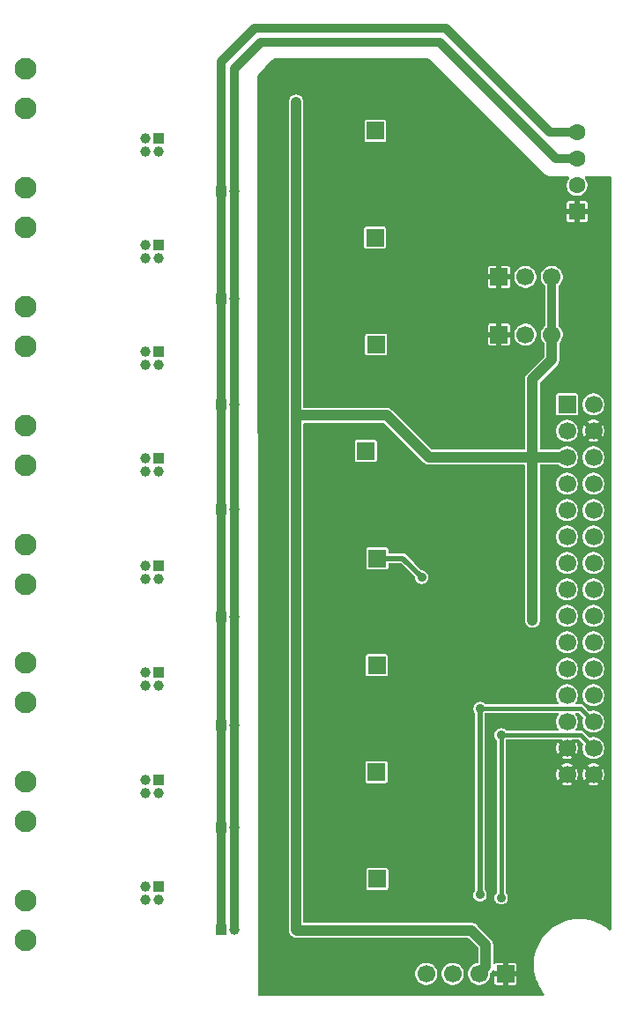
<source format=gbr>
%TF.GenerationSoftware,KiCad,Pcbnew,9.0.2*%
%TF.CreationDate,2025-07-04T16:18:25+10:00*%
%TF.ProjectId,v8a_equip_digital_in_iso,7638615f-6571-4756-9970-5f6469676974,rev?*%
%TF.SameCoordinates,Original*%
%TF.FileFunction,Copper,L2,Bot*%
%TF.FilePolarity,Positive*%
%FSLAX46Y46*%
G04 Gerber Fmt 4.6, Leading zero omitted, Abs format (unit mm)*
G04 Created by KiCad (PCBNEW 9.0.2) date 2025-07-04 16:18:25*
%MOMM*%
%LPD*%
G01*
G04 APERTURE LIST*
%TA.AperFunction,ComponentPad*%
%ADD10C,2.100000*%
%TD*%
%TA.AperFunction,ComponentPad*%
%ADD11R,1.700000X1.700000*%
%TD*%
%TA.AperFunction,ComponentPad*%
%ADD12C,1.700000*%
%TD*%
%TA.AperFunction,ComponentPad*%
%ADD13R,1.000000X1.000000*%
%TD*%
%TA.AperFunction,ComponentPad*%
%ADD14C,1.000000*%
%TD*%
%TA.AperFunction,ComponentPad*%
%ADD15R,1.600000X1.600000*%
%TD*%
%TA.AperFunction,ComponentPad*%
%ADD16C,1.600000*%
%TD*%
%TA.AperFunction,ViaPad*%
%ADD17C,0.889000*%
%TD*%
%TA.AperFunction,Conductor*%
%ADD18C,0.812800*%
%TD*%
%TA.AperFunction,Conductor*%
%ADD19C,1.016000*%
%TD*%
%TA.AperFunction,Conductor*%
%ADD20C,0.508000*%
%TD*%
%TA.AperFunction,Conductor*%
%ADD21C,0.406400*%
%TD*%
G04 APERTURE END LIST*
D10*
%TO.P,J33,1,Pin_1*%
%TO.N,/IN7-*%
X3000000Y-88950800D03*
%TO.P,J33,2,Pin_2*%
%TO.N,/IN7+*%
X3000000Y-85140800D03*
%TD*%
D11*
%TO.P,J31,1,Pin_1*%
%TO.N,/P7*%
X36753800Y-83058000D03*
%TD*%
%TO.P,J2,1,Pin_1*%
%TO.N,/P0*%
X36576000Y-11176000D03*
%TD*%
%TO.P,JP2,1,A*%
%TO.N,GND*%
X48463200Y-30759400D03*
D12*
%TO.P,JP2,2,C*%
%TO.N,/A0*%
X51003200Y-30759400D03*
%TO.P,JP2,3,B*%
%TO.N,+3V3*%
X53543200Y-30759400D03*
%TD*%
D10*
%TO.P,J28,1,Pin_1*%
%TO.N,/IN6-*%
X3000000Y-77535314D03*
%TO.P,J28,2,Pin_2*%
%TO.N,/IN6+*%
X3000000Y-73725314D03*
%TD*%
D11*
%TO.P,J13,1,Pin_1*%
%TO.N,+5V*%
X54991000Y-37465000D03*
D12*
%TO.P,J13,2,Pin_2*%
X57531000Y-37465000D03*
%TO.P,J13,3,Pin_3*%
X54991000Y-40005000D03*
%TO.P,J13,4,Pin_4*%
%TO.N,GND*%
X57531000Y-40005000D03*
%TO.P,J13,5,Pin_5*%
%TO.N,+3V3*%
X54991000Y-42545000D03*
%TO.P,J13,6,Pin_6*%
%TO.N,/GP15*%
X57531000Y-42545000D03*
%TO.P,J13,7,Pin_7*%
%TO.N,/GP16*%
X54991000Y-45085000D03*
%TO.P,J13,8,Pin_8*%
%TO.N,/GP14*%
X57531000Y-45085000D03*
%TO.P,J13,9,Pin_9*%
%TO.N,/GP17*%
X54991000Y-47625000D03*
%TO.P,J13,10,Pin_10*%
%TO.N,/GP13*%
X57531000Y-47625000D03*
%TO.P,J13,11,Pin_11*%
%TO.N,/AN_CS0*%
X54991000Y-50165000D03*
%TO.P,J13,12,Pin_12*%
%TO.N,/GP12*%
X57531000Y-50165000D03*
%TO.P,J13,13,Pin_13*%
%TO.N,/AN_CS1*%
X54991000Y-52705000D03*
%TO.P,J13,14,Pin_14*%
%TO.N,/GP11*%
X57531000Y-52705000D03*
%TO.P,J13,15,Pin_15*%
%TO.N,/AN_CS2*%
X54991000Y-55245000D03*
%TO.P,J13,16,Pin_16*%
%TO.N,/GP10*%
X57531000Y-55245000D03*
%TO.P,J13,17,Pin_17*%
%TO.N,/AN_CS3*%
X54991000Y-57785000D03*
%TO.P,J13,18,Pin_18*%
%TO.N,/GP9*%
X57531000Y-57785000D03*
%TO.P,J13,19,Pin_19*%
%TO.N,/GP3*%
X54991000Y-60325000D03*
%TO.P,J13,20,Pin_20*%
%TO.N,/GP8*%
X57531000Y-60325000D03*
%TO.P,J13,21,Pin_21*%
%TO.N,/GP2*%
X54991000Y-62865000D03*
%TO.P,J13,22,Pin_22*%
%TO.N,/GP7*%
X57531000Y-62865000D03*
%TO.P,J13,23,Pin_23*%
%TO.N,/GP1*%
X54991000Y-65405000D03*
%TO.P,J13,24,Pin_24*%
%TO.N,/GP6*%
X57531000Y-65405000D03*
%TO.P,J13,25,Pin_25*%
%TO.N,/GP0*%
X54991000Y-67945000D03*
%TO.P,J13,26,Pin_26*%
%TO.N,/SCL0*%
X57531000Y-67945000D03*
%TO.P,J13,27,Pin_27*%
%TO.N,GND*%
X54991000Y-70485000D03*
%TO.P,J13,28,Pin_28*%
%TO.N,/SDA0*%
X57531000Y-70485000D03*
%TO.P,J13,29,Pin_29*%
%TO.N,GND*%
X54991000Y-73025000D03*
%TO.P,J13,30,Pin_30*%
X57531000Y-73025000D03*
%TD*%
D10*
%TO.P,J20,1,Pin_1*%
%TO.N,/IN4-*%
X3000000Y-54704343D03*
%TO.P,J20,2,Pin_2*%
%TO.N,/IN4+*%
X3000000Y-50894343D03*
%TD*%
D11*
%TO.P,J6,1,Pin_1*%
%TO.N,/P1*%
X36550600Y-21444857D03*
%TD*%
D13*
%TO.P,J17,1,Pin_1*%
%TO.N,/VISO+*%
X21717000Y-47523400D03*
D14*
%TO.P,J17,2,Pin_2*%
%TO.N,/VISO-*%
X22987000Y-47523400D03*
%TD*%
D11*
%TO.P,J9,1,Pin_1*%
%TO.N,/P2*%
X36652200Y-31713714D03*
%TD*%
D13*
%TO.P,J30,1,Pin_1*%
%TO.N,/IN7+*%
X15759263Y-83820000D03*
D14*
%TO.P,J30,2,Pin_2*%
%TO.N,/IN7-*%
X15759263Y-85090000D03*
%TO.P,J30,3,Pin_3*%
%TO.N,/IN7+*%
X14489263Y-83820000D03*
%TO.P,J30,4,Pin_4*%
%TO.N,/IN7-*%
X14489263Y-85090000D03*
%TD*%
D13*
%TO.P,J22,1,Pin_1*%
%TO.N,/IN5+*%
X15773400Y-63246000D03*
D14*
%TO.P,J22,2,Pin_2*%
%TO.N,/IN5-*%
X15773400Y-64516000D03*
%TO.P,J22,3,Pin_3*%
%TO.N,/IN5+*%
X14503400Y-63246000D03*
%TO.P,J22,4,Pin_4*%
%TO.N,/IN5-*%
X14503400Y-64516000D03*
%TD*%
D13*
%TO.P,J26,1,Pin_1*%
%TO.N,/IN6+*%
X15748000Y-73507600D03*
D14*
%TO.P,J26,2,Pin_2*%
%TO.N,/IN6-*%
X15748000Y-74777600D03*
%TO.P,J26,3,Pin_3*%
%TO.N,/IN6+*%
X14478000Y-73507600D03*
%TO.P,J26,4,Pin_4*%
%TO.N,/IN6-*%
X14478000Y-74777600D03*
%TD*%
D15*
%TO.P,U2,1,-Vin*%
%TO.N,GND*%
X55956200Y-18948400D03*
D16*
%TO.P,U2,2,+Vin*%
%TO.N,+5V*%
X55956200Y-16408400D03*
%TO.P,U2,3,-Vout*%
%TO.N,/VISO-*%
X55956200Y-13868400D03*
%TO.P,U2,4,+Vout*%
%TO.N,/VISO+*%
X55956200Y-11328400D03*
%TD*%
D10*
%TO.P,J24,1,Pin_1*%
%TO.N,/IN5-*%
X3000000Y-66119829D03*
%TO.P,J24,2,Pin_2*%
%TO.N,/IN5+*%
X3000000Y-62309829D03*
%TD*%
D13*
%TO.P,J18,1,Pin_1*%
%TO.N,/IN4+*%
X15748000Y-52984400D03*
D14*
%TO.P,J18,2,Pin_2*%
%TO.N,/IN4-*%
X15748000Y-54254400D03*
%TO.P,J18,3,Pin_3*%
%TO.N,/IN4+*%
X14478000Y-52984400D03*
%TO.P,J18,4,Pin_4*%
%TO.N,/IN4-*%
X14478000Y-54254400D03*
%TD*%
D11*
%TO.P,JP1,1,A*%
%TO.N,GND*%
X48463200Y-25222200D03*
D12*
%TO.P,JP1,2,C*%
%TO.N,/A1*%
X51003200Y-25222200D03*
%TO.P,JP1,3,B*%
%TO.N,+3V3*%
X53543200Y-25222200D03*
%TD*%
D13*
%TO.P,J8,1,Pin_1*%
%TO.N,/VISO+*%
X21717000Y-27279600D03*
D14*
%TO.P,J8,2,Pin_2*%
%TO.N,/VISO-*%
X22987000Y-27279600D03*
%TD*%
D13*
%TO.P,J7,1,Pin_1*%
%TO.N,/IN1+*%
X15759263Y-22132982D03*
D14*
%TO.P,J7,2,Pin_2*%
%TO.N,/IN1-*%
X15759263Y-23402982D03*
%TO.P,J7,3,Pin_3*%
%TO.N,/IN1+*%
X14489263Y-22132982D03*
%TO.P,J7,4,Pin_4*%
%TO.N,/IN1-*%
X14489263Y-23402982D03*
%TD*%
D10*
%TO.P,J10,1,Pin_1*%
%TO.N,/IN2-*%
X3000000Y-31873371D03*
%TO.P,J10,2,Pin_2*%
%TO.N,/IN2+*%
X3000000Y-28063371D03*
%TD*%
D11*
%TO.P,CON2,1,Pin_1*%
%TO.N,GND*%
X49072800Y-92176600D03*
D12*
%TO.P,CON2,2,Pin_2*%
%TO.N,+3V3*%
X46532800Y-92176600D03*
%TO.P,CON2,3,Pin_3*%
%TO.N,/SDA0*%
X43992800Y-92176600D03*
%TO.P,CON2,4,Pin_4*%
%TO.N,/SCL0*%
X41452800Y-92176600D03*
%TD*%
D11*
%TO.P,J15,1,Pin_1*%
%TO.N,/P3*%
X35661600Y-41935400D03*
%TD*%
D10*
%TO.P,J16,1,Pin_1*%
%TO.N,/IN3-*%
X3000000Y-43288857D03*
%TO.P,J16,2,Pin_2*%
%TO.N,/IN3+*%
X3000000Y-39478857D03*
%TD*%
D13*
%TO.P,J14,1,Pin_1*%
%TO.N,/IN3+*%
X15759263Y-42663439D03*
D14*
%TO.P,J14,2,Pin_2*%
%TO.N,/IN3-*%
X15759263Y-43933439D03*
%TO.P,J14,3,Pin_3*%
%TO.N,/IN3+*%
X14489263Y-42663439D03*
%TO.P,J14,4,Pin_4*%
%TO.N,/IN3-*%
X14489263Y-43933439D03*
%TD*%
D11*
%TO.P,J23,1,Pin_1*%
%TO.N,/P5*%
X36703000Y-62520286D03*
%TD*%
%TO.P,J27,1,Pin_1*%
%TO.N,/P6*%
X36677600Y-72789143D03*
%TD*%
D13*
%TO.P,J21,1,Pin_1*%
%TO.N,/VISO+*%
X21742400Y-57861200D03*
D14*
%TO.P,J21,2,Pin_2*%
%TO.N,/VISO-*%
X23012400Y-57861200D03*
%TD*%
D10*
%TO.P,J5,1,Pin_1*%
%TO.N,/IN1-*%
X3000000Y-20457886D03*
%TO.P,J5,2,Pin_2*%
%TO.N,/IN1+*%
X3000000Y-16647886D03*
%TD*%
D13*
%TO.P,J3,1,Pin_1*%
%TO.N,/IN0+*%
X15759263Y-11867753D03*
D14*
%TO.P,J3,2,Pin_2*%
%TO.N,/IN0-*%
X15759263Y-13137753D03*
%TO.P,J3,3,Pin_3*%
%TO.N,/IN0+*%
X14489263Y-11867753D03*
%TO.P,J3,4,Pin_4*%
%TO.N,/IN0-*%
X14489263Y-13137753D03*
%TD*%
D13*
%TO.P,J32,1,Pin_1*%
%TO.N,/VISO+*%
X21717000Y-87909400D03*
D14*
%TO.P,J32,2,Pin_2*%
%TO.N,/VISO-*%
X22987000Y-87909400D03*
%TD*%
D13*
%TO.P,J12,1,Pin_1*%
%TO.N,/VISO+*%
X21717000Y-37490400D03*
D14*
%TO.P,J12,2,Pin_2*%
%TO.N,/VISO-*%
X22987000Y-37490400D03*
%TD*%
D13*
%TO.P,J4,1,Pin_1*%
%TO.N,/VISO+*%
X21717000Y-16992600D03*
D14*
%TO.P,J4,2,Pin_2*%
%TO.N,/VISO-*%
X22987000Y-16992600D03*
%TD*%
D13*
%TO.P,J29,1,Pin_1*%
%TO.N,/VISO+*%
X21717000Y-78130400D03*
D14*
%TO.P,J29,2,Pin_2*%
%TO.N,/VISO-*%
X22987000Y-78130400D03*
%TD*%
D11*
%TO.P,J19,1,Pin_1*%
%TO.N,/P4*%
X36753800Y-52251429D03*
%TD*%
D13*
%TO.P,J25,1,Pin_1*%
%TO.N,/VISO+*%
X21717000Y-68300600D03*
D14*
%TO.P,J25,2,Pin_2*%
%TO.N,/VISO-*%
X22987000Y-68300600D03*
%TD*%
D10*
%TO.P,J1,1,Pin_1*%
%TO.N,/IN0-*%
X3000000Y-9042400D03*
%TO.P,J1,2,Pin_2*%
%TO.N,/IN0+*%
X3000000Y-5232400D03*
%TD*%
D13*
%TO.P,J11,1,Pin_1*%
%TO.N,/IN2+*%
X15759263Y-32398210D03*
D14*
%TO.P,J11,2,Pin_2*%
%TO.N,/IN2-*%
X15759263Y-33668210D03*
%TO.P,J11,3,Pin_3*%
%TO.N,/IN2+*%
X14489263Y-32398210D03*
%TO.P,J11,4,Pin_4*%
%TO.N,/IN2-*%
X14489263Y-33668210D03*
%TD*%
D17*
%TO.N,GND*%
X40462200Y-5740400D03*
X32334200Y-74726800D03*
X45542200Y-52628800D03*
X26644600Y-48056800D03*
X32588200Y-54305200D03*
X26219210Y-73177400D03*
X33883600Y-89992200D03*
X47345600Y-45491400D03*
X32156400Y-65582800D03*
X39649400Y-45567600D03*
X50038000Y-64871600D03*
X32232600Y-34848800D03*
X26517600Y-8356600D03*
X33909000Y-5867400D03*
X31419800Y-14909800D03*
X32334200Y-24155400D03*
X53187600Y-85902800D03*
X32334200Y-44551600D03*
%TO.N,+3V3*%
X28956000Y-69799200D03*
X28956000Y-28727400D03*
X28956000Y-59512200D03*
X28956000Y-79883000D03*
X28956000Y-38506400D03*
X28905200Y-49098200D03*
X28956000Y-8407400D03*
X29006800Y-88011000D03*
X51663600Y-58216800D03*
X28956000Y-18669000D03*
%TO.N,/P4*%
X41021000Y-54076600D03*
%TO.N,/SDA0*%
X48666400Y-84861400D03*
X48666400Y-69215000D03*
%TO.N,/SCL0*%
X46634400Y-84582000D03*
X46659800Y-66675000D03*
%TD*%
D18*
%TO.N,+3V3*%
X53543200Y-25222200D02*
X53543200Y-30759400D01*
D19*
X29006800Y-88011000D02*
X45821600Y-88011000D01*
X45821600Y-88011000D02*
X47193200Y-89382600D01*
X41706800Y-42545000D02*
X54991000Y-42545000D01*
X53543200Y-33172400D02*
X53543200Y-30759400D01*
X51663600Y-35052000D02*
X53543200Y-33172400D01*
X28956000Y-87960200D02*
X28956000Y-79883000D01*
X51663600Y-58216800D02*
X51663600Y-35052000D01*
X28956000Y-79883000D02*
X28956000Y-8407400D01*
X47193200Y-89382600D02*
X47193200Y-91516200D01*
X47193200Y-91516200D02*
X46532800Y-92176600D01*
X28956000Y-38506400D02*
X37668200Y-38506400D01*
X37668200Y-38506400D02*
X41706800Y-42545000D01*
X29006800Y-88011000D02*
X28956000Y-87960200D01*
D20*
%TO.N,/P4*%
X39221229Y-52251429D02*
X36753800Y-52251429D01*
X41021000Y-54076600D02*
X41021000Y-54051200D01*
X41021000Y-54051200D02*
X39221229Y-52251429D01*
D21*
%TO.N,/SDA0*%
X48666400Y-69215000D02*
X56286400Y-69215000D01*
X48666400Y-69215000D02*
X48666400Y-84861400D01*
X56286400Y-69215000D02*
X56819800Y-69748400D01*
X56819800Y-69748400D02*
X56819800Y-69773800D01*
X56819800Y-69773800D02*
X57531000Y-70485000D01*
D20*
%TO.N,/SCL0*%
X46659800Y-66675000D02*
X46634400Y-66700400D01*
D21*
X46659800Y-66675000D02*
X56267400Y-66675000D01*
D20*
X46634400Y-66700400D02*
X46634400Y-84582000D01*
D21*
X56267400Y-66675000D02*
X57540000Y-67947600D01*
D18*
%TO.N,/VISO-*%
X53924200Y-13868400D02*
X42722800Y-2667000D01*
X23012400Y-5181600D02*
X23012400Y-87909400D01*
X55956200Y-13868400D02*
X53924200Y-13868400D01*
X25527000Y-2667000D02*
X23012400Y-5181600D01*
X42722800Y-2667000D02*
X25527000Y-2667000D01*
%TO.N,/VISO+*%
X21742400Y-4546600D02*
X21742400Y-87909400D01*
X55956200Y-11328400D02*
X53365400Y-11328400D01*
X53365400Y-11328400D02*
X43383200Y-1346200D01*
X24942800Y-1346200D02*
X21742400Y-4546600D01*
X43383200Y-1346200D02*
X24942800Y-1346200D01*
%TD*%
%TA.AperFunction,Conductor*%
%TO.N,GND*%
G36*
X41347239Y-4165037D02*
G01*
X41524280Y-4188256D01*
X41549575Y-4195009D01*
X41708493Y-4260595D01*
X41731187Y-4273648D01*
X41873061Y-4382044D01*
X41882945Y-4390671D01*
X52899811Y-15353112D01*
X53057769Y-15473727D01*
X53241545Y-15549393D01*
X53438637Y-15574963D01*
X53438639Y-15574962D01*
X53438640Y-15574963D01*
X53452273Y-15574938D01*
X55130134Y-15571974D01*
X55189297Y-15591083D01*
X55225931Y-15641318D01*
X55226041Y-15703492D01*
X55201446Y-15743708D01*
X55176574Y-15768580D01*
X55066731Y-15932973D01*
X54991072Y-16115629D01*
X54952500Y-16309544D01*
X54952500Y-16507255D01*
X54991072Y-16701170D01*
X55066731Y-16883826D01*
X55066733Y-16883830D01*
X55122026Y-16966581D01*
X55176574Y-17048219D01*
X55176576Y-17048221D01*
X55316379Y-17188024D01*
X55480770Y-17297867D01*
X55572101Y-17335697D01*
X55663429Y-17373527D01*
X55663430Y-17373527D01*
X55663432Y-17373528D01*
X55857344Y-17412100D01*
X55857345Y-17412100D01*
X56055055Y-17412100D01*
X56055056Y-17412100D01*
X56248968Y-17373528D01*
X56431630Y-17297867D01*
X56596021Y-17188024D01*
X56735824Y-17048221D01*
X56845667Y-16883830D01*
X56921328Y-16701168D01*
X56959900Y-16507256D01*
X56959900Y-16309544D01*
X56921328Y-16115632D01*
X56845667Y-15932970D01*
X56735824Y-15768579D01*
X56708041Y-15740796D01*
X56679815Y-15685398D01*
X56689541Y-15623990D01*
X56733505Y-15580026D01*
X56778995Y-15569061D01*
X57734240Y-15567374D01*
X59136723Y-15564895D01*
X59195887Y-15584003D01*
X59232521Y-15634239D01*
X59237500Y-15665495D01*
X59237500Y-87905829D01*
X59218287Y-87964960D01*
X59167987Y-88001505D01*
X59105813Y-88001505D01*
X59072236Y-87982893D01*
X58858325Y-87803400D01*
X58805837Y-87766648D01*
X58544480Y-87583644D01*
X58498886Y-87557320D01*
X58212684Y-87392081D01*
X58212680Y-87392079D01*
X57865446Y-87230161D01*
X57865439Y-87230158D01*
X57865436Y-87230157D01*
X57505428Y-87099125D01*
X57505416Y-87099121D01*
X57135354Y-86999964D01*
X57135355Y-86999964D01*
X57135347Y-86999962D01*
X56758037Y-86933432D01*
X56758034Y-86933431D01*
X56758030Y-86933431D01*
X56376380Y-86900040D01*
X56376365Y-86900040D01*
X55993235Y-86900040D01*
X55993219Y-86900040D01*
X55611569Y-86933431D01*
X55611563Y-86933431D01*
X55611563Y-86933432D01*
X55234253Y-86999962D01*
X55234246Y-86999963D01*
X55234245Y-86999964D01*
X54864183Y-87099121D01*
X54864171Y-87099125D01*
X54504163Y-87230157D01*
X54504152Y-87230162D01*
X54156915Y-87392081D01*
X53825124Y-87583641D01*
X53511280Y-87803396D01*
X53217780Y-88049672D01*
X52946872Y-88320580D01*
X52700596Y-88614080D01*
X52480841Y-88927924D01*
X52289281Y-89259715D01*
X52127362Y-89606952D01*
X52127357Y-89606963D01*
X51996325Y-89966971D01*
X51996321Y-89966983D01*
X51897164Y-90337045D01*
X51897162Y-90337053D01*
X51830632Y-90714363D01*
X51830631Y-90714369D01*
X51797240Y-91096019D01*
X51797240Y-91479180D01*
X51826655Y-91815380D01*
X51830632Y-91860837D01*
X51897162Y-92238147D01*
X51897164Y-92238154D01*
X51996321Y-92608216D01*
X51996325Y-92608228D01*
X52021210Y-92676600D01*
X52127361Y-92968246D01*
X52289279Y-93315480D01*
X52480844Y-93647280D01*
X52700598Y-93961122D01*
X52800211Y-94079837D01*
X52823502Y-94137482D01*
X52808461Y-94197810D01*
X52760833Y-94237775D01*
X52723147Y-94245100D01*
X25399000Y-94245100D01*
X25339869Y-94225887D01*
X25303324Y-94175587D01*
X25298400Y-94144500D01*
X25298400Y-92072820D01*
X40399100Y-92072820D01*
X40399100Y-92280379D01*
X40439592Y-92483951D01*
X40519022Y-92675710D01*
X40519026Y-92675718D01*
X40634336Y-92848292D01*
X40781107Y-92995063D01*
X40953681Y-93110373D01*
X40953683Y-93110374D01*
X40953686Y-93110376D01*
X41145447Y-93189807D01*
X41349020Y-93230300D01*
X41349021Y-93230300D01*
X41556579Y-93230300D01*
X41556580Y-93230300D01*
X41760153Y-93189807D01*
X41951914Y-93110376D01*
X42124494Y-92995062D01*
X42271262Y-92848294D01*
X42386576Y-92675714D01*
X42466007Y-92483953D01*
X42506500Y-92280380D01*
X42506500Y-92072820D01*
X42939100Y-92072820D01*
X42939100Y-92280379D01*
X42979592Y-92483951D01*
X43059022Y-92675710D01*
X43059026Y-92675718D01*
X43174336Y-92848292D01*
X43321107Y-92995063D01*
X43493681Y-93110373D01*
X43493683Y-93110374D01*
X43493686Y-93110376D01*
X43685447Y-93189807D01*
X43889020Y-93230300D01*
X43889021Y-93230300D01*
X44096579Y-93230300D01*
X44096580Y-93230300D01*
X44300153Y-93189807D01*
X44491914Y-93110376D01*
X44664494Y-92995062D01*
X44811262Y-92848294D01*
X44926576Y-92675714D01*
X45006007Y-92483953D01*
X45046500Y-92280380D01*
X45046500Y-92072820D01*
X45006007Y-91869247D01*
X44926576Y-91677486D01*
X44811262Y-91504906D01*
X44664494Y-91358138D01*
X44664492Y-91358136D01*
X44491918Y-91242826D01*
X44491910Y-91242822D01*
X44426112Y-91215567D01*
X44300153Y-91163393D01*
X44300149Y-91163392D01*
X44300152Y-91163392D01*
X44110033Y-91125576D01*
X44096580Y-91122900D01*
X43889020Y-91122900D01*
X43875567Y-91125576D01*
X43685448Y-91163392D01*
X43493689Y-91242822D01*
X43493681Y-91242826D01*
X43321107Y-91358136D01*
X43321106Y-91358138D01*
X43174338Y-91504906D01*
X43174336Y-91504907D01*
X43059026Y-91677481D01*
X43059022Y-91677489D01*
X42979592Y-91869248D01*
X42939100Y-92072820D01*
X42506500Y-92072820D01*
X42466007Y-91869247D01*
X42386576Y-91677486D01*
X42271262Y-91504906D01*
X42124494Y-91358138D01*
X42124492Y-91358136D01*
X41951918Y-91242826D01*
X41951910Y-91242822D01*
X41886112Y-91215567D01*
X41760153Y-91163393D01*
X41760149Y-91163392D01*
X41760152Y-91163392D01*
X41570033Y-91125576D01*
X41556580Y-91122900D01*
X41349020Y-91122900D01*
X41335567Y-91125576D01*
X41145448Y-91163392D01*
X40953689Y-91242822D01*
X40953681Y-91242826D01*
X40781107Y-91358136D01*
X40781106Y-91358138D01*
X40634338Y-91504906D01*
X40634336Y-91504907D01*
X40519026Y-91677481D01*
X40519022Y-91677489D01*
X40439592Y-91869248D01*
X40399100Y-92072820D01*
X25298400Y-92072820D01*
X25298400Y-87885961D01*
X28244299Y-87885961D01*
X28244299Y-87890104D01*
X28244299Y-88030296D01*
X28271649Y-88167795D01*
X28292691Y-88218592D01*
X28292691Y-88218594D01*
X28325298Y-88297315D01*
X28325299Y-88297317D01*
X28403186Y-88413883D01*
X28453986Y-88464683D01*
X28553117Y-88563814D01*
X28669683Y-88641701D01*
X28696508Y-88652811D01*
X28734445Y-88668526D01*
X28734446Y-88668526D01*
X28799205Y-88695351D01*
X28936704Y-88722701D01*
X28936705Y-88722701D01*
X29081855Y-88722701D01*
X29081875Y-88722700D01*
X45485134Y-88722700D01*
X45544265Y-88741913D01*
X45556269Y-88752165D01*
X46452035Y-89647931D01*
X46480261Y-89703329D01*
X46481500Y-89719066D01*
X46481500Y-91029900D01*
X46462287Y-91089031D01*
X46411987Y-91125576D01*
X46400526Y-91128567D01*
X46225449Y-91163392D01*
X46033689Y-91242822D01*
X46033681Y-91242826D01*
X45861107Y-91358136D01*
X45861106Y-91358138D01*
X45714338Y-91504906D01*
X45714336Y-91504907D01*
X45599026Y-91677481D01*
X45599022Y-91677489D01*
X45519592Y-91869248D01*
X45479100Y-92072820D01*
X45479100Y-92280379D01*
X45519592Y-92483951D01*
X45599022Y-92675710D01*
X45599026Y-92675718D01*
X45714336Y-92848292D01*
X45861107Y-92995063D01*
X46033681Y-93110373D01*
X46033683Y-93110374D01*
X46033686Y-93110376D01*
X46225447Y-93189807D01*
X46429020Y-93230300D01*
X46429021Y-93230300D01*
X46636579Y-93230300D01*
X46636580Y-93230300D01*
X46840153Y-93189807D01*
X47031914Y-93110376D01*
X47204494Y-92995062D01*
X47351262Y-92848294D01*
X47466576Y-92675714D01*
X47546007Y-92483953D01*
X47586500Y-92280380D01*
X47586500Y-92171065D01*
X47589007Y-92163346D01*
X47587738Y-92155330D01*
X47598433Y-92134338D01*
X47605713Y-92111934D01*
X47615961Y-92099934D01*
X47641147Y-92074747D01*
X47641153Y-92074743D01*
X47646881Y-92069015D01*
X47646883Y-92069014D01*
X47746014Y-91969883D01*
X47823901Y-91853317D01*
X47826056Y-91848113D01*
X47866431Y-91800835D01*
X47926887Y-91786317D01*
X47984330Y-91810106D01*
X48016819Y-91863116D01*
X48019600Y-91886607D01*
X48019600Y-91926600D01*
X48639788Y-91926600D01*
X48606875Y-91983607D01*
X48572800Y-92110774D01*
X48572800Y-92242426D01*
X48606875Y-92369593D01*
X48639788Y-92426600D01*
X48019600Y-92426600D01*
X48019600Y-93046613D01*
X48031389Y-93105884D01*
X48076300Y-93173098D01*
X48076301Y-93173099D01*
X48143515Y-93218010D01*
X48202787Y-93229800D01*
X48822800Y-93229800D01*
X48822800Y-92609612D01*
X48879807Y-92642525D01*
X49006974Y-92676600D01*
X49138626Y-92676600D01*
X49265793Y-92642525D01*
X49322800Y-92609612D01*
X49322800Y-93229800D01*
X49942813Y-93229800D01*
X50002084Y-93218010D01*
X50069298Y-93173099D01*
X50069299Y-93173098D01*
X50114210Y-93105884D01*
X50126000Y-93046613D01*
X50126000Y-92426600D01*
X49505812Y-92426600D01*
X49538725Y-92369593D01*
X49572800Y-92242426D01*
X49572800Y-92110774D01*
X49538725Y-91983607D01*
X49505812Y-91926600D01*
X50126000Y-91926600D01*
X50126000Y-91306586D01*
X50114210Y-91247315D01*
X50069299Y-91180101D01*
X50069298Y-91180100D01*
X50002084Y-91135189D01*
X49942813Y-91123400D01*
X49322800Y-91123400D01*
X49322800Y-91743588D01*
X49265793Y-91710675D01*
X49138626Y-91676600D01*
X49006974Y-91676600D01*
X48879807Y-91710675D01*
X48822800Y-91743588D01*
X48822800Y-91123400D01*
X48202787Y-91123400D01*
X48143515Y-91135189D01*
X48068062Y-91185606D01*
X48067328Y-91184508D01*
X48021237Y-91207993D01*
X47959829Y-91198267D01*
X47915865Y-91154303D01*
X47904900Y-91108632D01*
X47904900Y-89457675D01*
X47904901Y-89457654D01*
X47904901Y-89312504D01*
X47894400Y-89259715D01*
X47877550Y-89175005D01*
X47823901Y-89045483D01*
X47746014Y-88928917D01*
X47646883Y-88829786D01*
X47646879Y-88829783D01*
X46377931Y-87560835D01*
X46377927Y-87560830D01*
X46275284Y-87458187D01*
X46158716Y-87380298D01*
X46158713Y-87380297D01*
X46093956Y-87353474D01*
X46029195Y-87326649D01*
X45891696Y-87299299D01*
X45751504Y-87299299D01*
X45746545Y-87299299D01*
X45746525Y-87299300D01*
X29768300Y-87299300D01*
X29709169Y-87280087D01*
X29672624Y-87229787D01*
X29667700Y-87198700D01*
X29667700Y-84518158D01*
X45986200Y-84518158D01*
X45986200Y-84645841D01*
X46011110Y-84771075D01*
X46059970Y-84889033D01*
X46059975Y-84889042D01*
X46130908Y-84995201D01*
X46221198Y-85085491D01*
X46327357Y-85156424D01*
X46327366Y-85156429D01*
X46445324Y-85205289D01*
X46445325Y-85205289D01*
X46445327Y-85205290D01*
X46570558Y-85230200D01*
X46570559Y-85230200D01*
X46698241Y-85230200D01*
X46698242Y-85230200D01*
X46823473Y-85205290D01*
X46941438Y-85156427D01*
X47047603Y-85085490D01*
X47137890Y-84995203D01*
X47208827Y-84889038D01*
X47257690Y-84771073D01*
X47282600Y-84645842D01*
X47282600Y-84518158D01*
X47257690Y-84392927D01*
X47257689Y-84392924D01*
X47208829Y-84274966D01*
X47208824Y-84274957D01*
X47137891Y-84168798D01*
X47121565Y-84152472D01*
X47093339Y-84097074D01*
X47092100Y-84081337D01*
X47092100Y-67201063D01*
X47094608Y-67193342D01*
X47093339Y-67185326D01*
X47104033Y-67164337D01*
X47111313Y-67141932D01*
X47121565Y-67129928D01*
X47140128Y-67111365D01*
X47195526Y-67083139D01*
X47211263Y-67081900D01*
X54121074Y-67081900D01*
X54180205Y-67101113D01*
X54216750Y-67151413D01*
X54216750Y-67213587D01*
X54192209Y-67253635D01*
X54172538Y-67273306D01*
X54172536Y-67273307D01*
X54057226Y-67445881D01*
X54057222Y-67445889D01*
X53977792Y-67637648D01*
X53937300Y-67841220D01*
X53937300Y-68048779D01*
X53977792Y-68252351D01*
X54057222Y-68444110D01*
X54057226Y-68444118D01*
X54172536Y-68616692D01*
X54192209Y-68636365D01*
X54220435Y-68691763D01*
X54210709Y-68753171D01*
X54166745Y-68797135D01*
X54121074Y-68808100D01*
X49217863Y-68808100D01*
X49158732Y-68788887D01*
X49146728Y-68778635D01*
X49079601Y-68711508D01*
X48973442Y-68640575D01*
X48973433Y-68640570D01*
X48855475Y-68591710D01*
X48771985Y-68575103D01*
X48730242Y-68566800D01*
X48602558Y-68566800D01*
X48571250Y-68573027D01*
X48477324Y-68591710D01*
X48359366Y-68640570D01*
X48359357Y-68640575D01*
X48253198Y-68711508D01*
X48253197Y-68711510D01*
X48162910Y-68801797D01*
X48162908Y-68801798D01*
X48091975Y-68907957D01*
X48091970Y-68907966D01*
X48043110Y-69025924D01*
X48018200Y-69151158D01*
X48018200Y-69278841D01*
X48043110Y-69404075D01*
X48091970Y-69522033D01*
X48091975Y-69522042D01*
X48162908Y-69628201D01*
X48230035Y-69695328D01*
X48258261Y-69750726D01*
X48259500Y-69766463D01*
X48259500Y-84309937D01*
X48240287Y-84369068D01*
X48230035Y-84381072D01*
X48162910Y-84448197D01*
X48162908Y-84448198D01*
X48091975Y-84554357D01*
X48091970Y-84554366D01*
X48043110Y-84672324D01*
X48018200Y-84797558D01*
X48018200Y-84925241D01*
X48043110Y-85050475D01*
X48091970Y-85168433D01*
X48091975Y-85168442D01*
X48162908Y-85274601D01*
X48253198Y-85364891D01*
X48359357Y-85435824D01*
X48359366Y-85435829D01*
X48477324Y-85484689D01*
X48477325Y-85484689D01*
X48477327Y-85484690D01*
X48602558Y-85509600D01*
X48602559Y-85509600D01*
X48730241Y-85509600D01*
X48730242Y-85509600D01*
X48855473Y-85484690D01*
X48973438Y-85435827D01*
X49079603Y-85364890D01*
X49169890Y-85274603D01*
X49240827Y-85168438D01*
X49289690Y-85050473D01*
X49314600Y-84925242D01*
X49314600Y-84797558D01*
X49289690Y-84672327D01*
X49289689Y-84672324D01*
X49240829Y-84554366D01*
X49240824Y-84554357D01*
X49169891Y-84448198D01*
X49102765Y-84381072D01*
X49074539Y-84325674D01*
X49073300Y-84309937D01*
X49073300Y-72921269D01*
X53937800Y-72921269D01*
X53937800Y-73128730D01*
X53978274Y-73332209D01*
X54057664Y-73523873D01*
X54057668Y-73523881D01*
X54090070Y-73572374D01*
X54090071Y-73572374D01*
X54508037Y-73154408D01*
X54525075Y-73217993D01*
X54590901Y-73332007D01*
X54683993Y-73425099D01*
X54798007Y-73490925D01*
X54861590Y-73507962D01*
X54443624Y-73925927D01*
X54443624Y-73925928D01*
X54492118Y-73958331D01*
X54492126Y-73958335D01*
X54683790Y-74037725D01*
X54887270Y-74078200D01*
X55094730Y-74078200D01*
X55298209Y-74037725D01*
X55489870Y-73958337D01*
X55489883Y-73958329D01*
X55538374Y-73925928D01*
X55538374Y-73925927D01*
X55120409Y-73507962D01*
X55183993Y-73490925D01*
X55298007Y-73425099D01*
X55391099Y-73332007D01*
X55456925Y-73217993D01*
X55473962Y-73154409D01*
X55891927Y-73572374D01*
X55891928Y-73572374D01*
X55924329Y-73523883D01*
X55924337Y-73523870D01*
X56003725Y-73332209D01*
X56044200Y-73128730D01*
X56044200Y-72921269D01*
X56477800Y-72921269D01*
X56477800Y-73128730D01*
X56518274Y-73332209D01*
X56597664Y-73523873D01*
X56597668Y-73523881D01*
X56630070Y-73572374D01*
X56630071Y-73572374D01*
X57048037Y-73154408D01*
X57065075Y-73217993D01*
X57130901Y-73332007D01*
X57223993Y-73425099D01*
X57338007Y-73490925D01*
X57401590Y-73507962D01*
X56983624Y-73925927D01*
X56983624Y-73925928D01*
X57032118Y-73958331D01*
X57032126Y-73958335D01*
X57223790Y-74037725D01*
X57427270Y-74078200D01*
X57634730Y-74078200D01*
X57838209Y-74037725D01*
X58029870Y-73958337D01*
X58029883Y-73958329D01*
X58078374Y-73925928D01*
X58078374Y-73925927D01*
X57660409Y-73507962D01*
X57723993Y-73490925D01*
X57838007Y-73425099D01*
X57931099Y-73332007D01*
X57996925Y-73217993D01*
X58013962Y-73154409D01*
X58431927Y-73572374D01*
X58431928Y-73572374D01*
X58464329Y-73523883D01*
X58464337Y-73523870D01*
X58543725Y-73332209D01*
X58584200Y-73128730D01*
X58584200Y-72921269D01*
X58543725Y-72717790D01*
X58464335Y-72526126D01*
X58464331Y-72526118D01*
X58431928Y-72477624D01*
X58431927Y-72477624D01*
X58013962Y-72895589D01*
X57996925Y-72832007D01*
X57931099Y-72717993D01*
X57838007Y-72624901D01*
X57723993Y-72559075D01*
X57660407Y-72542037D01*
X58078374Y-72124071D01*
X58078374Y-72124070D01*
X58029881Y-72091668D01*
X58029873Y-72091664D01*
X57838209Y-72012274D01*
X57634730Y-71971800D01*
X57427270Y-71971800D01*
X57223790Y-72012274D01*
X57032127Y-72091664D01*
X57032121Y-72091667D01*
X56983624Y-72124071D01*
X57401590Y-72542037D01*
X57338007Y-72559075D01*
X57223993Y-72624901D01*
X57130901Y-72717993D01*
X57065075Y-72832007D01*
X57048037Y-72895590D01*
X56630071Y-72477624D01*
X56597667Y-72526121D01*
X56597664Y-72526127D01*
X56518274Y-72717790D01*
X56477800Y-72921269D01*
X56044200Y-72921269D01*
X56003725Y-72717790D01*
X55924335Y-72526126D01*
X55924331Y-72526118D01*
X55891928Y-72477624D01*
X55891927Y-72477624D01*
X55473962Y-72895589D01*
X55456925Y-72832007D01*
X55391099Y-72717993D01*
X55298007Y-72624901D01*
X55183993Y-72559075D01*
X55120407Y-72542037D01*
X55538374Y-72124071D01*
X55538374Y-72124070D01*
X55489881Y-72091668D01*
X55489873Y-72091664D01*
X55298209Y-72012274D01*
X55094730Y-71971800D01*
X54887270Y-71971800D01*
X54683790Y-72012274D01*
X54492127Y-72091664D01*
X54492121Y-72091667D01*
X54443624Y-72124071D01*
X54861590Y-72542037D01*
X54798007Y-72559075D01*
X54683993Y-72624901D01*
X54590901Y-72717993D01*
X54525075Y-72832007D01*
X54508037Y-72895590D01*
X54090071Y-72477624D01*
X54057667Y-72526121D01*
X54057664Y-72526127D01*
X53978274Y-72717790D01*
X53937800Y-72921269D01*
X49073300Y-72921269D01*
X49073300Y-69766463D01*
X49075808Y-69758742D01*
X49074539Y-69750726D01*
X49085233Y-69729737D01*
X49092513Y-69707332D01*
X49102765Y-69695328D01*
X49146728Y-69651365D01*
X49202126Y-69623139D01*
X49217863Y-69621900D01*
X54439783Y-69621900D01*
X54498914Y-69641113D01*
X54510918Y-69651365D01*
X54861591Y-70002037D01*
X54798007Y-70019075D01*
X54683993Y-70084901D01*
X54590901Y-70177993D01*
X54525075Y-70292007D01*
X54508037Y-70355590D01*
X54090071Y-69937624D01*
X54057667Y-69986121D01*
X54057664Y-69986127D01*
X53978274Y-70177790D01*
X53937800Y-70381269D01*
X53937800Y-70588730D01*
X53978274Y-70792209D01*
X54057664Y-70983873D01*
X54057668Y-70983881D01*
X54090070Y-71032374D01*
X54090071Y-71032374D01*
X54508037Y-70614408D01*
X54525075Y-70677993D01*
X54590901Y-70792007D01*
X54683993Y-70885099D01*
X54798007Y-70950925D01*
X54861590Y-70967962D01*
X54443624Y-71385927D01*
X54443624Y-71385928D01*
X54492118Y-71418331D01*
X54492126Y-71418335D01*
X54683790Y-71497725D01*
X54887270Y-71538200D01*
X55094730Y-71538200D01*
X55298209Y-71497725D01*
X55489870Y-71418337D01*
X55489883Y-71418329D01*
X55538374Y-71385928D01*
X55538374Y-71385927D01*
X55120409Y-70967962D01*
X55183993Y-70950925D01*
X55298007Y-70885099D01*
X55391099Y-70792007D01*
X55456925Y-70677993D01*
X55473962Y-70614409D01*
X55891927Y-71032374D01*
X55891928Y-71032374D01*
X55924329Y-70983883D01*
X55924337Y-70983870D01*
X56003725Y-70792209D01*
X56044200Y-70588730D01*
X56044200Y-70381269D01*
X56003725Y-70177790D01*
X55924335Y-69986126D01*
X55924331Y-69986118D01*
X55891928Y-69937624D01*
X55891927Y-69937624D01*
X55473962Y-70355589D01*
X55456925Y-70292007D01*
X55391099Y-70177993D01*
X55298007Y-70084901D01*
X55183993Y-70019075D01*
X55120408Y-70002037D01*
X55471082Y-69651365D01*
X55526480Y-69623139D01*
X55542217Y-69621900D01*
X56076186Y-69621900D01*
X56135317Y-69641113D01*
X56147321Y-69651365D01*
X56450136Y-69954179D01*
X56461547Y-69967811D01*
X56463985Y-69971311D01*
X56494199Y-70023643D01*
X56514771Y-70044215D01*
X56519869Y-70051533D01*
X56526424Y-70073164D01*
X56536684Y-70093299D01*
X56535516Y-70103161D01*
X56537903Y-70111035D01*
X56532868Y-70125542D01*
X56530266Y-70147533D01*
X56517792Y-70177646D01*
X56477300Y-70381220D01*
X56477300Y-70588779D01*
X56517792Y-70792351D01*
X56597222Y-70984110D01*
X56597226Y-70984118D01*
X56712536Y-71156692D01*
X56859307Y-71303463D01*
X57031881Y-71418773D01*
X57031883Y-71418774D01*
X57031886Y-71418776D01*
X57223647Y-71498207D01*
X57427220Y-71538700D01*
X57427221Y-71538700D01*
X57634779Y-71538700D01*
X57634780Y-71538700D01*
X57838353Y-71498207D01*
X58030114Y-71418776D01*
X58202694Y-71303462D01*
X58349462Y-71156694D01*
X58464776Y-70984114D01*
X58544207Y-70792353D01*
X58584700Y-70588780D01*
X58584700Y-70381220D01*
X58544207Y-70177647D01*
X58464776Y-69985886D01*
X58432528Y-69937624D01*
X58349463Y-69813307D01*
X58202692Y-69666536D01*
X58030118Y-69551226D01*
X58030110Y-69551222D01*
X57959642Y-69522033D01*
X57838353Y-69471793D01*
X57838349Y-69471792D01*
X57838352Y-69471792D01*
X57675272Y-69439354D01*
X57634780Y-69431300D01*
X57427220Y-69431300D01*
X57359362Y-69444797D01*
X57223645Y-69471793D01*
X57211488Y-69476828D01*
X57184240Y-69478970D01*
X57157259Y-69483244D01*
X57153600Y-69481379D01*
X57149505Y-69481702D01*
X57101861Y-69455018D01*
X57069642Y-69422799D01*
X56536243Y-68889399D01*
X56443461Y-68835831D01*
X56443458Y-68835830D01*
X56415732Y-68828400D01*
X56339972Y-68808100D01*
X56339970Y-68808100D01*
X56339969Y-68808100D01*
X55860926Y-68808100D01*
X55801795Y-68788887D01*
X55765250Y-68738587D01*
X55765250Y-68676413D01*
X55789791Y-68636365D01*
X55809462Y-68616694D01*
X55809463Y-68616692D01*
X55826156Y-68591710D01*
X55924776Y-68444114D01*
X56004207Y-68252353D01*
X56044700Y-68048780D01*
X56044700Y-67841220D01*
X56004207Y-67637647D01*
X55924776Y-67445886D01*
X55809462Y-67273306D01*
X55789791Y-67253635D01*
X55779096Y-67232644D01*
X55765250Y-67213587D01*
X55765250Y-67205469D01*
X55761565Y-67198237D01*
X55765250Y-67174970D01*
X55765250Y-67151413D01*
X55770021Y-67144845D01*
X55771291Y-67136829D01*
X55787947Y-67120172D01*
X55801795Y-67101113D01*
X55809515Y-67098604D01*
X55815255Y-67092865D01*
X55860926Y-67081900D01*
X56057186Y-67081900D01*
X56116317Y-67101113D01*
X56128321Y-67111365D01*
X56510333Y-67493377D01*
X56538559Y-67548775D01*
X56532141Y-67603009D01*
X56517791Y-67637651D01*
X56477300Y-67841220D01*
X56477300Y-68048779D01*
X56517792Y-68252351D01*
X56597222Y-68444110D01*
X56597226Y-68444118D01*
X56712536Y-68616692D01*
X56859307Y-68763463D01*
X57031881Y-68878773D01*
X57031883Y-68878774D01*
X57031886Y-68878776D01*
X57223647Y-68958207D01*
X57427220Y-68998700D01*
X57427221Y-68998700D01*
X57634779Y-68998700D01*
X57634780Y-68998700D01*
X57838353Y-68958207D01*
X58030114Y-68878776D01*
X58202694Y-68763462D01*
X58349462Y-68616694D01*
X58464776Y-68444114D01*
X58544207Y-68252353D01*
X58584700Y-68048780D01*
X58584700Y-67841220D01*
X58544207Y-67637647D01*
X58464776Y-67445886D01*
X58349462Y-67273306D01*
X58202694Y-67126538D01*
X58202692Y-67126536D01*
X58030118Y-67011226D01*
X58030110Y-67011222D01*
X57959642Y-66982033D01*
X57838353Y-66931793D01*
X57838349Y-66931792D01*
X57838352Y-66931792D01*
X57675272Y-66899354D01*
X57634780Y-66891300D01*
X57427220Y-66891300D01*
X57326809Y-66911272D01*
X57223651Y-66931792D01*
X57223650Y-66931792D01*
X57223647Y-66931793D01*
X57198058Y-66942392D01*
X57136077Y-66947269D01*
X57088428Y-66920584D01*
X56906685Y-66738841D01*
X56517243Y-66349399D01*
X56517240Y-66349397D01*
X56424461Y-66295831D01*
X56424458Y-66295830D01*
X56396732Y-66288400D01*
X56320972Y-66268100D01*
X56320970Y-66268100D01*
X56320969Y-66268100D01*
X55860926Y-66268100D01*
X55801795Y-66248887D01*
X55765250Y-66198587D01*
X55765250Y-66136413D01*
X55789791Y-66096365D01*
X55809462Y-66076694D01*
X55809463Y-66076692D01*
X55826156Y-66051710D01*
X55924776Y-65904114D01*
X56004207Y-65712353D01*
X56044700Y-65508780D01*
X56044700Y-65301220D01*
X56477300Y-65301220D01*
X56477300Y-65508779D01*
X56517792Y-65712351D01*
X56597222Y-65904110D01*
X56597226Y-65904118D01*
X56712536Y-66076692D01*
X56859307Y-66223463D01*
X57031881Y-66338773D01*
X57031883Y-66338774D01*
X57031886Y-66338776D01*
X57223647Y-66418207D01*
X57427220Y-66458700D01*
X57427221Y-66458700D01*
X57634779Y-66458700D01*
X57634780Y-66458700D01*
X57838353Y-66418207D01*
X58030114Y-66338776D01*
X58202694Y-66223462D01*
X58349462Y-66076694D01*
X58464776Y-65904114D01*
X58544207Y-65712353D01*
X58584700Y-65508780D01*
X58584700Y-65301220D01*
X58544207Y-65097647D01*
X58464776Y-64905886D01*
X58349462Y-64733306D01*
X58202694Y-64586538D01*
X58202692Y-64586536D01*
X58030118Y-64471226D01*
X58030110Y-64471222D01*
X57964312Y-64443967D01*
X57838353Y-64391793D01*
X57838349Y-64391792D01*
X57838352Y-64391792D01*
X57675272Y-64359354D01*
X57634780Y-64351300D01*
X57427220Y-64351300D01*
X57386728Y-64359354D01*
X57223648Y-64391792D01*
X57031889Y-64471222D01*
X57031881Y-64471226D01*
X56859307Y-64586536D01*
X56859306Y-64586538D01*
X56712538Y-64733306D01*
X56712536Y-64733307D01*
X56597226Y-64905881D01*
X56597222Y-64905889D01*
X56517792Y-65097648D01*
X56477300Y-65301220D01*
X56044700Y-65301220D01*
X56004207Y-65097647D01*
X55924776Y-64905886D01*
X55809462Y-64733306D01*
X55662694Y-64586538D01*
X55662692Y-64586536D01*
X55490118Y-64471226D01*
X55490110Y-64471222D01*
X55424312Y-64443967D01*
X55298353Y-64391793D01*
X55298349Y-64391792D01*
X55298352Y-64391792D01*
X55135272Y-64359354D01*
X55094780Y-64351300D01*
X54887220Y-64351300D01*
X54846728Y-64359354D01*
X54683648Y-64391792D01*
X54491889Y-64471222D01*
X54491881Y-64471226D01*
X54319307Y-64586536D01*
X54319306Y-64586538D01*
X54172538Y-64733306D01*
X54172536Y-64733307D01*
X54057226Y-64905881D01*
X54057222Y-64905889D01*
X53977792Y-65097648D01*
X53937300Y-65301220D01*
X53937300Y-65508779D01*
X53977792Y-65712351D01*
X54057222Y-65904110D01*
X54057226Y-65904118D01*
X54172536Y-66076692D01*
X54192209Y-66096365D01*
X54220435Y-66151763D01*
X54210709Y-66213171D01*
X54166745Y-66257135D01*
X54121074Y-66268100D01*
X47211263Y-66268100D01*
X47152132Y-66248887D01*
X47140128Y-66238635D01*
X47073001Y-66171508D01*
X46966842Y-66100575D01*
X46966833Y-66100570D01*
X46848875Y-66051710D01*
X46765385Y-66035103D01*
X46723642Y-66026800D01*
X46595958Y-66026800D01*
X46564650Y-66033027D01*
X46470724Y-66051710D01*
X46352766Y-66100570D01*
X46352757Y-66100575D01*
X46246598Y-66171508D01*
X46246597Y-66171510D01*
X46156310Y-66261797D01*
X46156308Y-66261798D01*
X46085375Y-66367957D01*
X46085370Y-66367966D01*
X46036510Y-66485924D01*
X46011600Y-66611158D01*
X46011600Y-66738841D01*
X46036510Y-66864075D01*
X46085370Y-66982033D01*
X46085375Y-66982042D01*
X46159056Y-67092313D01*
X46157132Y-67093598D01*
X46176523Y-67143076D01*
X46176700Y-67149043D01*
X46176700Y-84081337D01*
X46157487Y-84140468D01*
X46147235Y-84152472D01*
X46130910Y-84168797D01*
X46130908Y-84168798D01*
X46059975Y-84274957D01*
X46059970Y-84274966D01*
X46011110Y-84392924D01*
X45986200Y-84518158D01*
X29667700Y-84518158D01*
X29667700Y-82187936D01*
X35700100Y-82187936D01*
X35700100Y-83928063D01*
X35711918Y-83987479D01*
X35711919Y-83987480D01*
X35756940Y-84054860D01*
X35824320Y-84099881D01*
X35883736Y-84111700D01*
X35883737Y-84111700D01*
X37623863Y-84111700D01*
X37623864Y-84111700D01*
X37683280Y-84099881D01*
X37750660Y-84054860D01*
X37795681Y-83987480D01*
X37807500Y-83928064D01*
X37807500Y-82187936D01*
X37795681Y-82128520D01*
X37750660Y-82061140D01*
X37683280Y-82016119D01*
X37683279Y-82016118D01*
X37635682Y-82006650D01*
X37623864Y-82004300D01*
X35883736Y-82004300D01*
X35873878Y-82006260D01*
X35824320Y-82016118D01*
X35756940Y-82061140D01*
X35711918Y-82128520D01*
X35700100Y-82187936D01*
X29667700Y-82187936D01*
X29667700Y-71919079D01*
X35623900Y-71919079D01*
X35623900Y-73659206D01*
X35635718Y-73718622D01*
X35635719Y-73718623D01*
X35680740Y-73786003D01*
X35748120Y-73831024D01*
X35807536Y-73842843D01*
X35807537Y-73842843D01*
X37547663Y-73842843D01*
X37547664Y-73842843D01*
X37607080Y-73831024D01*
X37674460Y-73786003D01*
X37719481Y-73718623D01*
X37731300Y-73659207D01*
X37731300Y-71919079D01*
X37719481Y-71859663D01*
X37674460Y-71792283D01*
X37607080Y-71747262D01*
X37607079Y-71747261D01*
X37559482Y-71737793D01*
X37547664Y-71735443D01*
X35807536Y-71735443D01*
X35797678Y-71737403D01*
X35748120Y-71747261D01*
X35680740Y-71792283D01*
X35635718Y-71859663D01*
X35623900Y-71919079D01*
X29667700Y-71919079D01*
X29667700Y-61650222D01*
X35649300Y-61650222D01*
X35649300Y-63390349D01*
X35661118Y-63449765D01*
X35661119Y-63449766D01*
X35706140Y-63517146D01*
X35773520Y-63562167D01*
X35832936Y-63573986D01*
X35832937Y-63573986D01*
X37573063Y-63573986D01*
X37573064Y-63573986D01*
X37632480Y-63562167D01*
X37699860Y-63517146D01*
X37744881Y-63449766D01*
X37756700Y-63390350D01*
X37756700Y-62761220D01*
X53937300Y-62761220D01*
X53937300Y-62968779D01*
X53977792Y-63172351D01*
X54057222Y-63364110D01*
X54057226Y-63364118D01*
X54172536Y-63536692D01*
X54319307Y-63683463D01*
X54491881Y-63798773D01*
X54491883Y-63798774D01*
X54491886Y-63798776D01*
X54683647Y-63878207D01*
X54887220Y-63918700D01*
X54887221Y-63918700D01*
X55094779Y-63918700D01*
X55094780Y-63918700D01*
X55298353Y-63878207D01*
X55490114Y-63798776D01*
X55662694Y-63683462D01*
X55809462Y-63536694D01*
X55924776Y-63364114D01*
X56004207Y-63172353D01*
X56044700Y-62968780D01*
X56044700Y-62761220D01*
X56477300Y-62761220D01*
X56477300Y-62968779D01*
X56517792Y-63172351D01*
X56597222Y-63364110D01*
X56597226Y-63364118D01*
X56712536Y-63536692D01*
X56859307Y-63683463D01*
X57031881Y-63798773D01*
X57031883Y-63798774D01*
X57031886Y-63798776D01*
X57223647Y-63878207D01*
X57427220Y-63918700D01*
X57427221Y-63918700D01*
X57634779Y-63918700D01*
X57634780Y-63918700D01*
X57838353Y-63878207D01*
X58030114Y-63798776D01*
X58202694Y-63683462D01*
X58349462Y-63536694D01*
X58464776Y-63364114D01*
X58544207Y-63172353D01*
X58584700Y-62968780D01*
X58584700Y-62761220D01*
X58544207Y-62557647D01*
X58464776Y-62365886D01*
X58349462Y-62193306D01*
X58202694Y-62046538D01*
X58202692Y-62046536D01*
X58030118Y-61931226D01*
X58030110Y-61931222D01*
X57964312Y-61903967D01*
X57838353Y-61851793D01*
X57838349Y-61851792D01*
X57838352Y-61851792D01*
X57675272Y-61819354D01*
X57634780Y-61811300D01*
X57427220Y-61811300D01*
X57386728Y-61819354D01*
X57223648Y-61851792D01*
X57031889Y-61931222D01*
X57031881Y-61931226D01*
X56859307Y-62046536D01*
X56859306Y-62046538D01*
X56712538Y-62193306D01*
X56712536Y-62193307D01*
X56597226Y-62365881D01*
X56597222Y-62365889D01*
X56517792Y-62557648D01*
X56477300Y-62761220D01*
X56044700Y-62761220D01*
X56004207Y-62557647D01*
X55924776Y-62365886D01*
X55809462Y-62193306D01*
X55662694Y-62046538D01*
X55662692Y-62046536D01*
X55490118Y-61931226D01*
X55490110Y-61931222D01*
X55424312Y-61903967D01*
X55298353Y-61851793D01*
X55298349Y-61851792D01*
X55298352Y-61851792D01*
X55135272Y-61819354D01*
X55094780Y-61811300D01*
X54887220Y-61811300D01*
X54846728Y-61819354D01*
X54683648Y-61851792D01*
X54491889Y-61931222D01*
X54491881Y-61931226D01*
X54319307Y-62046536D01*
X54319306Y-62046538D01*
X54172538Y-62193306D01*
X54172536Y-62193307D01*
X54057226Y-62365881D01*
X54057222Y-62365889D01*
X53977792Y-62557648D01*
X53937300Y-62761220D01*
X37756700Y-62761220D01*
X37756700Y-61650222D01*
X37744881Y-61590806D01*
X37699860Y-61523426D01*
X37632480Y-61478405D01*
X37632479Y-61478404D01*
X37584882Y-61468936D01*
X37573064Y-61466586D01*
X35832936Y-61466586D01*
X35823078Y-61468546D01*
X35773520Y-61478404D01*
X35706140Y-61523426D01*
X35661118Y-61590806D01*
X35649300Y-61650222D01*
X29667700Y-61650222D01*
X29667700Y-60221220D01*
X53937300Y-60221220D01*
X53937300Y-60428779D01*
X53977792Y-60632351D01*
X54057222Y-60824110D01*
X54057226Y-60824118D01*
X54172536Y-60996692D01*
X54319307Y-61143463D01*
X54491881Y-61258773D01*
X54491883Y-61258774D01*
X54491886Y-61258776D01*
X54683647Y-61338207D01*
X54887220Y-61378700D01*
X54887221Y-61378700D01*
X55094779Y-61378700D01*
X55094780Y-61378700D01*
X55298353Y-61338207D01*
X55490114Y-61258776D01*
X55662694Y-61143462D01*
X55809462Y-60996694D01*
X55924776Y-60824114D01*
X56004207Y-60632353D01*
X56044700Y-60428780D01*
X56044700Y-60221220D01*
X56477300Y-60221220D01*
X56477300Y-60428779D01*
X56517792Y-60632351D01*
X56597222Y-60824110D01*
X56597226Y-60824118D01*
X56712536Y-60996692D01*
X56859307Y-61143463D01*
X57031881Y-61258773D01*
X57031883Y-61258774D01*
X57031886Y-61258776D01*
X57223647Y-61338207D01*
X57427220Y-61378700D01*
X57427221Y-61378700D01*
X57634779Y-61378700D01*
X57634780Y-61378700D01*
X57838353Y-61338207D01*
X58030114Y-61258776D01*
X58202694Y-61143462D01*
X58349462Y-60996694D01*
X58464776Y-60824114D01*
X58544207Y-60632353D01*
X58584700Y-60428780D01*
X58584700Y-60221220D01*
X58544207Y-60017647D01*
X58464776Y-59825886D01*
X58349462Y-59653306D01*
X58202694Y-59506538D01*
X58202692Y-59506536D01*
X58030118Y-59391226D01*
X58030110Y-59391222D01*
X57964312Y-59363967D01*
X57838353Y-59311793D01*
X57838349Y-59311792D01*
X57838352Y-59311792D01*
X57675272Y-59279354D01*
X57634780Y-59271300D01*
X57427220Y-59271300D01*
X57386728Y-59279354D01*
X57223648Y-59311792D01*
X57031889Y-59391222D01*
X57031881Y-59391226D01*
X56859307Y-59506536D01*
X56859306Y-59506538D01*
X56712538Y-59653306D01*
X56712536Y-59653307D01*
X56597226Y-59825881D01*
X56597222Y-59825889D01*
X56517792Y-60017648D01*
X56477300Y-60221220D01*
X56044700Y-60221220D01*
X56004207Y-60017647D01*
X55924776Y-59825886D01*
X55809462Y-59653306D01*
X55662694Y-59506538D01*
X55662692Y-59506536D01*
X55490118Y-59391226D01*
X55490110Y-59391222D01*
X55424312Y-59363967D01*
X55298353Y-59311793D01*
X55298349Y-59311792D01*
X55298352Y-59311792D01*
X55135272Y-59279354D01*
X55094780Y-59271300D01*
X54887220Y-59271300D01*
X54846728Y-59279354D01*
X54683648Y-59311792D01*
X54491889Y-59391222D01*
X54491881Y-59391226D01*
X54319307Y-59506536D01*
X54319306Y-59506538D01*
X54172538Y-59653306D01*
X54172536Y-59653307D01*
X54057226Y-59825881D01*
X54057222Y-59825889D01*
X53977792Y-60017648D01*
X53937300Y-60221220D01*
X29667700Y-60221220D01*
X29667700Y-51381365D01*
X35700100Y-51381365D01*
X35700100Y-53121492D01*
X35711918Y-53180908D01*
X35711919Y-53180909D01*
X35756940Y-53248289D01*
X35824320Y-53293310D01*
X35883736Y-53305129D01*
X35883737Y-53305129D01*
X37623863Y-53305129D01*
X37623864Y-53305129D01*
X37683280Y-53293310D01*
X37750660Y-53248289D01*
X37795681Y-53180909D01*
X37807500Y-53121493D01*
X37807500Y-52809729D01*
X37826713Y-52750598D01*
X37877013Y-52714053D01*
X37908100Y-52709129D01*
X38989973Y-52709129D01*
X39049104Y-52728342D01*
X39061108Y-52738594D01*
X40343335Y-54020820D01*
X40371561Y-54076218D01*
X40372800Y-54091955D01*
X40372800Y-54140441D01*
X40397710Y-54265675D01*
X40446570Y-54383633D01*
X40446575Y-54383642D01*
X40517508Y-54489801D01*
X40607798Y-54580091D01*
X40713957Y-54651024D01*
X40713966Y-54651029D01*
X40831924Y-54699889D01*
X40831925Y-54699889D01*
X40831927Y-54699890D01*
X40957158Y-54724800D01*
X40957159Y-54724800D01*
X41084841Y-54724800D01*
X41084842Y-54724800D01*
X41210073Y-54699890D01*
X41328038Y-54651027D01*
X41434203Y-54580090D01*
X41524490Y-54489803D01*
X41595427Y-54383638D01*
X41644290Y-54265673D01*
X41669200Y-54140442D01*
X41669200Y-54012758D01*
X41644290Y-53887527D01*
X41595427Y-53769562D01*
X41588169Y-53758700D01*
X41524491Y-53663398D01*
X41434201Y-53573108D01*
X41328042Y-53502175D01*
X41328033Y-53502170D01*
X41210075Y-53453310D01*
X41084837Y-53428399D01*
X41079922Y-53427915D01*
X41080100Y-53426107D01*
X41028024Y-53409187D01*
X41016020Y-53398935D01*
X40326214Y-52709129D01*
X39502264Y-51885178D01*
X39502261Y-51885176D01*
X39397898Y-51824922D01*
X39397895Y-51824921D01*
X39366708Y-51816564D01*
X39281489Y-51793729D01*
X39281487Y-51793729D01*
X39281486Y-51793729D01*
X37908100Y-51793729D01*
X37848969Y-51774516D01*
X37812424Y-51724216D01*
X37807500Y-51693129D01*
X37807500Y-51381365D01*
X37795681Y-51321949D01*
X37750660Y-51254569D01*
X37683280Y-51209548D01*
X37683279Y-51209547D01*
X37635682Y-51200079D01*
X37623864Y-51197729D01*
X35883736Y-51197729D01*
X35873878Y-51199689D01*
X35824320Y-51209547D01*
X35756940Y-51254569D01*
X35711918Y-51321949D01*
X35700100Y-51381365D01*
X29667700Y-51381365D01*
X29667700Y-41065336D01*
X34607900Y-41065336D01*
X34607900Y-42805463D01*
X34619718Y-42864879D01*
X34619719Y-42864880D01*
X34664740Y-42932260D01*
X34732120Y-42977281D01*
X34791536Y-42989100D01*
X34791537Y-42989100D01*
X36531663Y-42989100D01*
X36531664Y-42989100D01*
X36591080Y-42977281D01*
X36658460Y-42932260D01*
X36703481Y-42864880D01*
X36715300Y-42805464D01*
X36715300Y-41065336D01*
X36703481Y-41005920D01*
X36658460Y-40938540D01*
X36591080Y-40893519D01*
X36591079Y-40893518D01*
X36543482Y-40884050D01*
X36531664Y-40881700D01*
X34791536Y-40881700D01*
X34781678Y-40883660D01*
X34732120Y-40893518D01*
X34664740Y-40938540D01*
X34619718Y-41005920D01*
X34607900Y-41065336D01*
X29667700Y-41065336D01*
X29667700Y-39318700D01*
X29686913Y-39259569D01*
X29737213Y-39223024D01*
X29768300Y-39218100D01*
X37331734Y-39218100D01*
X37390865Y-39237313D01*
X37402869Y-39247565D01*
X41150463Y-42995158D01*
X41150484Y-42995181D01*
X41153986Y-42998683D01*
X41253117Y-43097814D01*
X41369683Y-43175701D01*
X41396508Y-43186811D01*
X41434445Y-43202526D01*
X41434446Y-43202526D01*
X41499205Y-43229351D01*
X41636704Y-43256701D01*
X41636705Y-43256701D01*
X41781855Y-43256701D01*
X41781875Y-43256700D01*
X50851300Y-43256700D01*
X50910431Y-43275913D01*
X50946976Y-43326213D01*
X50951900Y-43357300D01*
X50951900Y-58286895D01*
X50979250Y-58424397D01*
X51032897Y-58553913D01*
X51032898Y-58553916D01*
X51032899Y-58553917D01*
X51110786Y-58670483D01*
X51209917Y-58769614D01*
X51326483Y-58847501D01*
X51391244Y-58874325D01*
X51456002Y-58901149D01*
X51456003Y-58901149D01*
X51456005Y-58901150D01*
X51593504Y-58928500D01*
X51593505Y-58928500D01*
X51733695Y-58928500D01*
X51733696Y-58928500D01*
X51871195Y-58901150D01*
X52000717Y-58847501D01*
X52117283Y-58769614D01*
X52216414Y-58670483D01*
X52294301Y-58553917D01*
X52347950Y-58424395D01*
X52375300Y-58286896D01*
X52375300Y-57681220D01*
X53937300Y-57681220D01*
X53937300Y-57888779D01*
X53977792Y-58092351D01*
X54057222Y-58284110D01*
X54057226Y-58284118D01*
X54172536Y-58456692D01*
X54319307Y-58603463D01*
X54491881Y-58718773D01*
X54491883Y-58718774D01*
X54491886Y-58718776D01*
X54683647Y-58798207D01*
X54887220Y-58838700D01*
X54887221Y-58838700D01*
X55094779Y-58838700D01*
X55094780Y-58838700D01*
X55298353Y-58798207D01*
X55490114Y-58718776D01*
X55662694Y-58603462D01*
X55809462Y-58456694D01*
X55924776Y-58284114D01*
X56004207Y-58092353D01*
X56044700Y-57888780D01*
X56044700Y-57681220D01*
X56477300Y-57681220D01*
X56477300Y-57888779D01*
X56517792Y-58092351D01*
X56597222Y-58284110D01*
X56597226Y-58284118D01*
X56712536Y-58456692D01*
X56859307Y-58603463D01*
X57031881Y-58718773D01*
X57031883Y-58718774D01*
X57031886Y-58718776D01*
X57223647Y-58798207D01*
X57427220Y-58838700D01*
X57427221Y-58838700D01*
X57634779Y-58838700D01*
X57634780Y-58838700D01*
X57838353Y-58798207D01*
X58030114Y-58718776D01*
X58202694Y-58603462D01*
X58349462Y-58456694D01*
X58464776Y-58284114D01*
X58544207Y-58092353D01*
X58584700Y-57888780D01*
X58584700Y-57681220D01*
X58544207Y-57477647D01*
X58464776Y-57285886D01*
X58349462Y-57113306D01*
X58202694Y-56966538D01*
X58202692Y-56966536D01*
X58030118Y-56851226D01*
X58030110Y-56851222D01*
X57964312Y-56823967D01*
X57838353Y-56771793D01*
X57838349Y-56771792D01*
X57838352Y-56771792D01*
X57675272Y-56739354D01*
X57634780Y-56731300D01*
X57427220Y-56731300D01*
X57386728Y-56739354D01*
X57223648Y-56771792D01*
X57031889Y-56851222D01*
X57031881Y-56851226D01*
X56859307Y-56966536D01*
X56859306Y-56966538D01*
X56712538Y-57113306D01*
X56712536Y-57113307D01*
X56597226Y-57285881D01*
X56597222Y-57285889D01*
X56517792Y-57477648D01*
X56477300Y-57681220D01*
X56044700Y-57681220D01*
X56004207Y-57477647D01*
X55924776Y-57285886D01*
X55809462Y-57113306D01*
X55662694Y-56966538D01*
X55662692Y-56966536D01*
X55490118Y-56851226D01*
X55490110Y-56851222D01*
X55424312Y-56823967D01*
X55298353Y-56771793D01*
X55298349Y-56771792D01*
X55298352Y-56771792D01*
X55135272Y-56739354D01*
X55094780Y-56731300D01*
X54887220Y-56731300D01*
X54846728Y-56739354D01*
X54683648Y-56771792D01*
X54491889Y-56851222D01*
X54491881Y-56851226D01*
X54319307Y-56966536D01*
X54319306Y-56966538D01*
X54172538Y-57113306D01*
X54172536Y-57113307D01*
X54057226Y-57285881D01*
X54057222Y-57285889D01*
X53977792Y-57477648D01*
X53937300Y-57681220D01*
X52375300Y-57681220D01*
X52375300Y-55141220D01*
X53937300Y-55141220D01*
X53937300Y-55348779D01*
X53977792Y-55552351D01*
X54057222Y-55744110D01*
X54057226Y-55744118D01*
X54172536Y-55916692D01*
X54319307Y-56063463D01*
X54491881Y-56178773D01*
X54491883Y-56178774D01*
X54491886Y-56178776D01*
X54683647Y-56258207D01*
X54887220Y-56298700D01*
X54887221Y-56298700D01*
X55094779Y-56298700D01*
X55094780Y-56298700D01*
X55298353Y-56258207D01*
X55490114Y-56178776D01*
X55662694Y-56063462D01*
X55809462Y-55916694D01*
X55924776Y-55744114D01*
X56004207Y-55552353D01*
X56044700Y-55348780D01*
X56044700Y-55141220D01*
X56477300Y-55141220D01*
X56477300Y-55348779D01*
X56517792Y-55552351D01*
X56597222Y-55744110D01*
X56597226Y-55744118D01*
X56712536Y-55916692D01*
X56859307Y-56063463D01*
X57031881Y-56178773D01*
X57031883Y-56178774D01*
X57031886Y-56178776D01*
X57223647Y-56258207D01*
X57427220Y-56298700D01*
X57427221Y-56298700D01*
X57634779Y-56298700D01*
X57634780Y-56298700D01*
X57838353Y-56258207D01*
X58030114Y-56178776D01*
X58202694Y-56063462D01*
X58349462Y-55916694D01*
X58464776Y-55744114D01*
X58544207Y-55552353D01*
X58584700Y-55348780D01*
X58584700Y-55141220D01*
X58544207Y-54937647D01*
X58464776Y-54745886D01*
X58401393Y-54651027D01*
X58349463Y-54573307D01*
X58202692Y-54426536D01*
X58030118Y-54311226D01*
X58030110Y-54311222D01*
X57920150Y-54265675D01*
X57838353Y-54231793D01*
X57838349Y-54231792D01*
X57838352Y-54231792D01*
X57675272Y-54199354D01*
X57634780Y-54191300D01*
X57427220Y-54191300D01*
X57386728Y-54199354D01*
X57223648Y-54231792D01*
X57031889Y-54311222D01*
X57031881Y-54311226D01*
X56859307Y-54426536D01*
X56859306Y-54426538D01*
X56712538Y-54573306D01*
X56712536Y-54573307D01*
X56597226Y-54745881D01*
X56597222Y-54745889D01*
X56517792Y-54937648D01*
X56477300Y-55141220D01*
X56044700Y-55141220D01*
X56004207Y-54937647D01*
X55924776Y-54745886D01*
X55861393Y-54651027D01*
X55809463Y-54573307D01*
X55662692Y-54426536D01*
X55490118Y-54311226D01*
X55490110Y-54311222D01*
X55380150Y-54265675D01*
X55298353Y-54231793D01*
X55298349Y-54231792D01*
X55298352Y-54231792D01*
X55135272Y-54199354D01*
X55094780Y-54191300D01*
X54887220Y-54191300D01*
X54846728Y-54199354D01*
X54683648Y-54231792D01*
X54491889Y-54311222D01*
X54491881Y-54311226D01*
X54319307Y-54426536D01*
X54319306Y-54426538D01*
X54172538Y-54573306D01*
X54172536Y-54573307D01*
X54057226Y-54745881D01*
X54057222Y-54745889D01*
X53977792Y-54937648D01*
X53937300Y-55141220D01*
X52375300Y-55141220D01*
X52375300Y-52601220D01*
X53937300Y-52601220D01*
X53937300Y-52808779D01*
X53977792Y-53012351D01*
X54057222Y-53204110D01*
X54057226Y-53204118D01*
X54172536Y-53376692D01*
X54319307Y-53523463D01*
X54491881Y-53638773D01*
X54491883Y-53638774D01*
X54491886Y-53638776D01*
X54683647Y-53718207D01*
X54887220Y-53758700D01*
X54887221Y-53758700D01*
X55094779Y-53758700D01*
X55094780Y-53758700D01*
X55298353Y-53718207D01*
X55490114Y-53638776D01*
X55662694Y-53523462D01*
X55809462Y-53376694D01*
X55924776Y-53204114D01*
X56004207Y-53012353D01*
X56044700Y-52808780D01*
X56044700Y-52601220D01*
X56477300Y-52601220D01*
X56477300Y-52808779D01*
X56517792Y-53012351D01*
X56597222Y-53204110D01*
X56597226Y-53204118D01*
X56712536Y-53376692D01*
X56859307Y-53523463D01*
X57031881Y-53638773D01*
X57031883Y-53638774D01*
X57031886Y-53638776D01*
X57223647Y-53718207D01*
X57427220Y-53758700D01*
X57427221Y-53758700D01*
X57634779Y-53758700D01*
X57634780Y-53758700D01*
X57838353Y-53718207D01*
X58030114Y-53638776D01*
X58202694Y-53523462D01*
X58349462Y-53376694D01*
X58464776Y-53204114D01*
X58544207Y-53012353D01*
X58584700Y-52808780D01*
X58584700Y-52601220D01*
X58544207Y-52397647D01*
X58464776Y-52205886D01*
X58349462Y-52033306D01*
X58202694Y-51886538D01*
X58202692Y-51886536D01*
X58030118Y-51771226D01*
X58030110Y-51771222D01*
X57964312Y-51743967D01*
X57838353Y-51691793D01*
X57838349Y-51691792D01*
X57838352Y-51691792D01*
X57675272Y-51659354D01*
X57634780Y-51651300D01*
X57427220Y-51651300D01*
X57386728Y-51659354D01*
X57223648Y-51691792D01*
X57031889Y-51771222D01*
X57031881Y-51771226D01*
X56859307Y-51886536D01*
X56859306Y-51886538D01*
X56712538Y-52033306D01*
X56712536Y-52033307D01*
X56597226Y-52205881D01*
X56597222Y-52205889D01*
X56517792Y-52397648D01*
X56477300Y-52601220D01*
X56044700Y-52601220D01*
X56004207Y-52397647D01*
X55924776Y-52205886D01*
X55809462Y-52033306D01*
X55662694Y-51886538D01*
X55662692Y-51886536D01*
X55490118Y-51771226D01*
X55490110Y-51771222D01*
X55424312Y-51743967D01*
X55298353Y-51691793D01*
X55298349Y-51691792D01*
X55298352Y-51691792D01*
X55135272Y-51659354D01*
X55094780Y-51651300D01*
X54887220Y-51651300D01*
X54846728Y-51659354D01*
X54683648Y-51691792D01*
X54491889Y-51771222D01*
X54491881Y-51771226D01*
X54319307Y-51886536D01*
X54319306Y-51886538D01*
X54172538Y-52033306D01*
X54172536Y-52033307D01*
X54057226Y-52205881D01*
X54057222Y-52205889D01*
X53977792Y-52397648D01*
X53937300Y-52601220D01*
X52375300Y-52601220D01*
X52375300Y-50061220D01*
X53937300Y-50061220D01*
X53937300Y-50268779D01*
X53977792Y-50472351D01*
X54057222Y-50664110D01*
X54057226Y-50664118D01*
X54172536Y-50836692D01*
X54319307Y-50983463D01*
X54491881Y-51098773D01*
X54491883Y-51098774D01*
X54491886Y-51098776D01*
X54683647Y-51178207D01*
X54887220Y-51218700D01*
X54887221Y-51218700D01*
X55094779Y-51218700D01*
X55094780Y-51218700D01*
X55298353Y-51178207D01*
X55490114Y-51098776D01*
X55662694Y-50983462D01*
X55809462Y-50836694D01*
X55924776Y-50664114D01*
X56004207Y-50472353D01*
X56044700Y-50268780D01*
X56044700Y-50061220D01*
X56477300Y-50061220D01*
X56477300Y-50268779D01*
X56517792Y-50472351D01*
X56597222Y-50664110D01*
X56597226Y-50664118D01*
X56712536Y-50836692D01*
X56859307Y-50983463D01*
X57031881Y-51098773D01*
X57031883Y-51098774D01*
X57031886Y-51098776D01*
X57223647Y-51178207D01*
X57427220Y-51218700D01*
X57427221Y-51218700D01*
X57634779Y-51218700D01*
X57634780Y-51218700D01*
X57838353Y-51178207D01*
X58030114Y-51098776D01*
X58202694Y-50983462D01*
X58349462Y-50836694D01*
X58464776Y-50664114D01*
X58544207Y-50472353D01*
X58584700Y-50268780D01*
X58584700Y-50061220D01*
X58544207Y-49857647D01*
X58464776Y-49665886D01*
X58349462Y-49493306D01*
X58202694Y-49346538D01*
X58202692Y-49346536D01*
X58030118Y-49231226D01*
X58030110Y-49231222D01*
X57964312Y-49203967D01*
X57838353Y-49151793D01*
X57838349Y-49151792D01*
X57838352Y-49151792D01*
X57675272Y-49119354D01*
X57634780Y-49111300D01*
X57427220Y-49111300D01*
X57386728Y-49119354D01*
X57223648Y-49151792D01*
X57031889Y-49231222D01*
X57031881Y-49231226D01*
X56859307Y-49346536D01*
X56859306Y-49346538D01*
X56712538Y-49493306D01*
X56712536Y-49493307D01*
X56597226Y-49665881D01*
X56597222Y-49665889D01*
X56517792Y-49857648D01*
X56477300Y-50061220D01*
X56044700Y-50061220D01*
X56004207Y-49857647D01*
X55924776Y-49665886D01*
X55809462Y-49493306D01*
X55662694Y-49346538D01*
X55662692Y-49346536D01*
X55490118Y-49231226D01*
X55490110Y-49231222D01*
X55424312Y-49203967D01*
X55298353Y-49151793D01*
X55298349Y-49151792D01*
X55298352Y-49151792D01*
X55135272Y-49119354D01*
X55094780Y-49111300D01*
X54887220Y-49111300D01*
X54846728Y-49119354D01*
X54683648Y-49151792D01*
X54491889Y-49231222D01*
X54491881Y-49231226D01*
X54319307Y-49346536D01*
X54319306Y-49346538D01*
X54172538Y-49493306D01*
X54172536Y-49493307D01*
X54057226Y-49665881D01*
X54057222Y-49665889D01*
X53977792Y-49857648D01*
X53937300Y-50061220D01*
X52375300Y-50061220D01*
X52375300Y-47521220D01*
X53937300Y-47521220D01*
X53937300Y-47728779D01*
X53977792Y-47932351D01*
X54057222Y-48124110D01*
X54057226Y-48124118D01*
X54172536Y-48296692D01*
X54319307Y-48443463D01*
X54491881Y-48558773D01*
X54491883Y-48558774D01*
X54491886Y-48558776D01*
X54683647Y-48638207D01*
X54887220Y-48678700D01*
X54887221Y-48678700D01*
X55094779Y-48678700D01*
X55094780Y-48678700D01*
X55298353Y-48638207D01*
X55490114Y-48558776D01*
X55662694Y-48443462D01*
X55809462Y-48296694D01*
X55924776Y-48124114D01*
X56004207Y-47932353D01*
X56044700Y-47728780D01*
X56044700Y-47521220D01*
X56477300Y-47521220D01*
X56477300Y-47728779D01*
X56517792Y-47932351D01*
X56597222Y-48124110D01*
X56597226Y-48124118D01*
X56712536Y-48296692D01*
X56859307Y-48443463D01*
X57031881Y-48558773D01*
X57031883Y-48558774D01*
X57031886Y-48558776D01*
X57223647Y-48638207D01*
X57427220Y-48678700D01*
X57427221Y-48678700D01*
X57634779Y-48678700D01*
X57634780Y-48678700D01*
X57838353Y-48638207D01*
X58030114Y-48558776D01*
X58202694Y-48443462D01*
X58349462Y-48296694D01*
X58464776Y-48124114D01*
X58544207Y-47932353D01*
X58584700Y-47728780D01*
X58584700Y-47521220D01*
X58544207Y-47317647D01*
X58464776Y-47125886D01*
X58349462Y-46953306D01*
X58202694Y-46806538D01*
X58202692Y-46806536D01*
X58030118Y-46691226D01*
X58030110Y-46691222D01*
X57964312Y-46663967D01*
X57838353Y-46611793D01*
X57838349Y-46611792D01*
X57838352Y-46611792D01*
X57675272Y-46579354D01*
X57634780Y-46571300D01*
X57427220Y-46571300D01*
X57386728Y-46579354D01*
X57223648Y-46611792D01*
X57031889Y-46691222D01*
X57031881Y-46691226D01*
X56859307Y-46806536D01*
X56859306Y-46806538D01*
X56712538Y-46953306D01*
X56712536Y-46953307D01*
X56597226Y-47125881D01*
X56597222Y-47125889D01*
X56517792Y-47317648D01*
X56477300Y-47521220D01*
X56044700Y-47521220D01*
X56004207Y-47317647D01*
X55924776Y-47125886D01*
X55809462Y-46953306D01*
X55662694Y-46806538D01*
X55662692Y-46806536D01*
X55490118Y-46691226D01*
X55490110Y-46691222D01*
X55424312Y-46663967D01*
X55298353Y-46611793D01*
X55298349Y-46611792D01*
X55298352Y-46611792D01*
X55135272Y-46579354D01*
X55094780Y-46571300D01*
X54887220Y-46571300D01*
X54846728Y-46579354D01*
X54683648Y-46611792D01*
X54491889Y-46691222D01*
X54491881Y-46691226D01*
X54319307Y-46806536D01*
X54319306Y-46806538D01*
X54172538Y-46953306D01*
X54172536Y-46953307D01*
X54057226Y-47125881D01*
X54057222Y-47125889D01*
X53977792Y-47317648D01*
X53937300Y-47521220D01*
X52375300Y-47521220D01*
X52375300Y-44981220D01*
X53937300Y-44981220D01*
X53937300Y-45188779D01*
X53977792Y-45392351D01*
X54057222Y-45584110D01*
X54057226Y-45584118D01*
X54172536Y-45756692D01*
X54319307Y-45903463D01*
X54491881Y-46018773D01*
X54491883Y-46018774D01*
X54491886Y-46018776D01*
X54683647Y-46098207D01*
X54887220Y-46138700D01*
X54887221Y-46138700D01*
X55094779Y-46138700D01*
X55094780Y-46138700D01*
X55298353Y-46098207D01*
X55490114Y-46018776D01*
X55662694Y-45903462D01*
X55809462Y-45756694D01*
X55924776Y-45584114D01*
X56004207Y-45392353D01*
X56044700Y-45188780D01*
X56044700Y-44981220D01*
X56477300Y-44981220D01*
X56477300Y-45188779D01*
X56517792Y-45392351D01*
X56597222Y-45584110D01*
X56597226Y-45584118D01*
X56712536Y-45756692D01*
X56859307Y-45903463D01*
X57031881Y-46018773D01*
X57031883Y-46018774D01*
X57031886Y-46018776D01*
X57223647Y-46098207D01*
X57427220Y-46138700D01*
X57427221Y-46138700D01*
X57634779Y-46138700D01*
X57634780Y-46138700D01*
X57838353Y-46098207D01*
X58030114Y-46018776D01*
X58202694Y-45903462D01*
X58349462Y-45756694D01*
X58464776Y-45584114D01*
X58544207Y-45392353D01*
X58584700Y-45188780D01*
X58584700Y-44981220D01*
X58544207Y-44777647D01*
X58464776Y-44585886D01*
X58349462Y-44413306D01*
X58202694Y-44266538D01*
X58202692Y-44266536D01*
X58030118Y-44151226D01*
X58030110Y-44151222D01*
X57964312Y-44123967D01*
X57838353Y-44071793D01*
X57838349Y-44071792D01*
X57838352Y-44071792D01*
X57675272Y-44039354D01*
X57634780Y-44031300D01*
X57427220Y-44031300D01*
X57386728Y-44039354D01*
X57223648Y-44071792D01*
X57031889Y-44151222D01*
X57031881Y-44151226D01*
X56859307Y-44266536D01*
X56859306Y-44266538D01*
X56712538Y-44413306D01*
X56712536Y-44413307D01*
X56597226Y-44585881D01*
X56597222Y-44585889D01*
X56517792Y-44777648D01*
X56477300Y-44981220D01*
X56044700Y-44981220D01*
X56004207Y-44777647D01*
X55924776Y-44585886D01*
X55809462Y-44413306D01*
X55662694Y-44266538D01*
X55662692Y-44266536D01*
X55490118Y-44151226D01*
X55490110Y-44151222D01*
X55424312Y-44123967D01*
X55298353Y-44071793D01*
X55298349Y-44071792D01*
X55298352Y-44071792D01*
X55135272Y-44039354D01*
X55094780Y-44031300D01*
X54887220Y-44031300D01*
X54846728Y-44039354D01*
X54683648Y-44071792D01*
X54491889Y-44151222D01*
X54491881Y-44151226D01*
X54319307Y-44266536D01*
X54319306Y-44266538D01*
X54172538Y-44413306D01*
X54172536Y-44413307D01*
X54057226Y-44585881D01*
X54057222Y-44585889D01*
X53977792Y-44777648D01*
X53937300Y-44981220D01*
X52375300Y-44981220D01*
X52375300Y-43357300D01*
X52394513Y-43298169D01*
X52444813Y-43261624D01*
X52475900Y-43256700D01*
X54170874Y-43256700D01*
X54230005Y-43275913D01*
X54242009Y-43286165D01*
X54319307Y-43363463D01*
X54491881Y-43478773D01*
X54491883Y-43478774D01*
X54491886Y-43478776D01*
X54683647Y-43558207D01*
X54887220Y-43598700D01*
X54887221Y-43598700D01*
X55094779Y-43598700D01*
X55094780Y-43598700D01*
X55298353Y-43558207D01*
X55490114Y-43478776D01*
X55662694Y-43363462D01*
X55809462Y-43216694D01*
X55924776Y-43044114D01*
X56004207Y-42852353D01*
X56044700Y-42648780D01*
X56044700Y-42441220D01*
X56477300Y-42441220D01*
X56477300Y-42648779D01*
X56517792Y-42852351D01*
X56597222Y-43044110D01*
X56597226Y-43044118D01*
X56712536Y-43216692D01*
X56859307Y-43363463D01*
X57031881Y-43478773D01*
X57031883Y-43478774D01*
X57031886Y-43478776D01*
X57223647Y-43558207D01*
X57427220Y-43598700D01*
X57427221Y-43598700D01*
X57634779Y-43598700D01*
X57634780Y-43598700D01*
X57838353Y-43558207D01*
X58030114Y-43478776D01*
X58202694Y-43363462D01*
X58349462Y-43216694D01*
X58464776Y-43044114D01*
X58544207Y-42852353D01*
X58584700Y-42648780D01*
X58584700Y-42441220D01*
X58544207Y-42237647D01*
X58464776Y-42045886D01*
X58349462Y-41873306D01*
X58202694Y-41726538D01*
X58202692Y-41726536D01*
X58030118Y-41611226D01*
X58030110Y-41611222D01*
X57964312Y-41583967D01*
X57838353Y-41531793D01*
X57838349Y-41531792D01*
X57838352Y-41531792D01*
X57675272Y-41499354D01*
X57634780Y-41491300D01*
X57427220Y-41491300D01*
X57386728Y-41499354D01*
X57223648Y-41531792D01*
X57031889Y-41611222D01*
X57031881Y-41611226D01*
X56859307Y-41726536D01*
X56859306Y-41726538D01*
X56712538Y-41873306D01*
X56712536Y-41873307D01*
X56597226Y-42045881D01*
X56597222Y-42045889D01*
X56517792Y-42237648D01*
X56477300Y-42441220D01*
X56044700Y-42441220D01*
X56004207Y-42237647D01*
X55924776Y-42045886D01*
X55809462Y-41873306D01*
X55662694Y-41726538D01*
X55662692Y-41726536D01*
X55490118Y-41611226D01*
X55490110Y-41611222D01*
X55424312Y-41583967D01*
X55298353Y-41531793D01*
X55298349Y-41531792D01*
X55298352Y-41531792D01*
X55135272Y-41499354D01*
X55094780Y-41491300D01*
X54887220Y-41491300D01*
X54846728Y-41499354D01*
X54683648Y-41531792D01*
X54491889Y-41611222D01*
X54491881Y-41611226D01*
X54319307Y-41726536D01*
X54319306Y-41726538D01*
X54242009Y-41803835D01*
X54186611Y-41832061D01*
X54170874Y-41833300D01*
X52475900Y-41833300D01*
X52416769Y-41814087D01*
X52380224Y-41763787D01*
X52375300Y-41732700D01*
X52375300Y-39901220D01*
X53937300Y-39901220D01*
X53937300Y-40108779D01*
X53977792Y-40312351D01*
X54057222Y-40504110D01*
X54057226Y-40504118D01*
X54172536Y-40676692D01*
X54319307Y-40823463D01*
X54491881Y-40938773D01*
X54491883Y-40938774D01*
X54491886Y-40938776D01*
X54683647Y-41018207D01*
X54887220Y-41058700D01*
X54887221Y-41058700D01*
X55094779Y-41058700D01*
X55094780Y-41058700D01*
X55298353Y-41018207D01*
X55490114Y-40938776D01*
X55662694Y-40823462D01*
X55809462Y-40676694D01*
X55924776Y-40504114D01*
X56004207Y-40312353D01*
X56044700Y-40108780D01*
X56044700Y-39901269D01*
X56477800Y-39901269D01*
X56477800Y-40108730D01*
X56518274Y-40312209D01*
X56597664Y-40503873D01*
X56597668Y-40503881D01*
X56630070Y-40552374D01*
X56630071Y-40552374D01*
X57048037Y-40134408D01*
X57065075Y-40197993D01*
X57130901Y-40312007D01*
X57223993Y-40405099D01*
X57338007Y-40470925D01*
X57401590Y-40487962D01*
X56983624Y-40905927D01*
X56983624Y-40905928D01*
X57032118Y-40938331D01*
X57032126Y-40938335D01*
X57223790Y-41017725D01*
X57427270Y-41058200D01*
X57634730Y-41058200D01*
X57838209Y-41017725D01*
X58029870Y-40938337D01*
X58029883Y-40938329D01*
X58078374Y-40905928D01*
X58078374Y-40905927D01*
X57660409Y-40487962D01*
X57723993Y-40470925D01*
X57838007Y-40405099D01*
X57931099Y-40312007D01*
X57996925Y-40197993D01*
X58013962Y-40134409D01*
X58431927Y-40552374D01*
X58431928Y-40552374D01*
X58464329Y-40503883D01*
X58464337Y-40503870D01*
X58543725Y-40312209D01*
X58584200Y-40108730D01*
X58584200Y-39901269D01*
X58543725Y-39697790D01*
X58464335Y-39506126D01*
X58464331Y-39506118D01*
X58431928Y-39457624D01*
X58431927Y-39457624D01*
X58013962Y-39875589D01*
X57996925Y-39812007D01*
X57931099Y-39697993D01*
X57838007Y-39604901D01*
X57723993Y-39539075D01*
X57660407Y-39522037D01*
X58078374Y-39104071D01*
X58078374Y-39104070D01*
X58029881Y-39071668D01*
X58029873Y-39071664D01*
X57838209Y-38992274D01*
X57634730Y-38951800D01*
X57427270Y-38951800D01*
X57223790Y-38992274D01*
X57032127Y-39071664D01*
X57032121Y-39071667D01*
X56983624Y-39104071D01*
X57401590Y-39522037D01*
X57338007Y-39539075D01*
X57223993Y-39604901D01*
X57130901Y-39697993D01*
X57065075Y-39812007D01*
X57048037Y-39875590D01*
X56630071Y-39457624D01*
X56597667Y-39506121D01*
X56597664Y-39506127D01*
X56518274Y-39697790D01*
X56477800Y-39901269D01*
X56044700Y-39901269D01*
X56044700Y-39901220D01*
X56004207Y-39697647D01*
X55924776Y-39505886D01*
X55892528Y-39457624D01*
X55809463Y-39333307D01*
X55662692Y-39186536D01*
X55490118Y-39071226D01*
X55490110Y-39071222D01*
X55424312Y-39043967D01*
X55298353Y-38991793D01*
X55298349Y-38991792D01*
X55298352Y-38991792D01*
X55135272Y-38959354D01*
X55094780Y-38951300D01*
X54887220Y-38951300D01*
X54846728Y-38959354D01*
X54683648Y-38991792D01*
X54491889Y-39071222D01*
X54491881Y-39071226D01*
X54319307Y-39186536D01*
X54319306Y-39186538D01*
X54172538Y-39333306D01*
X54172536Y-39333307D01*
X54057226Y-39505881D01*
X54057222Y-39505889D01*
X53977792Y-39697648D01*
X53937300Y-39901220D01*
X52375300Y-39901220D01*
X52375300Y-36594936D01*
X53937300Y-36594936D01*
X53937300Y-38335063D01*
X53949118Y-38394479D01*
X53949119Y-38394480D01*
X53994140Y-38461860D01*
X54061520Y-38506881D01*
X54120936Y-38518700D01*
X54120937Y-38518700D01*
X55861063Y-38518700D01*
X55861064Y-38518700D01*
X55920480Y-38506881D01*
X55987860Y-38461860D01*
X56032881Y-38394480D01*
X56044700Y-38335064D01*
X56044700Y-37361220D01*
X56477300Y-37361220D01*
X56477300Y-37568779D01*
X56517792Y-37772351D01*
X56597222Y-37964110D01*
X56597226Y-37964118D01*
X56712536Y-38136692D01*
X56859307Y-38283463D01*
X57031881Y-38398773D01*
X57031883Y-38398774D01*
X57031886Y-38398776D01*
X57223647Y-38478207D01*
X57427220Y-38518700D01*
X57427221Y-38518700D01*
X57634779Y-38518700D01*
X57634780Y-38518700D01*
X57838353Y-38478207D01*
X58030114Y-38398776D01*
X58202694Y-38283462D01*
X58349462Y-38136694D01*
X58464776Y-37964114D01*
X58544207Y-37772353D01*
X58584700Y-37568780D01*
X58584700Y-37361220D01*
X58544207Y-37157647D01*
X58464776Y-36965886D01*
X58349462Y-36793306D01*
X58202694Y-36646538D01*
X58202692Y-36646536D01*
X58030118Y-36531226D01*
X58030110Y-36531222D01*
X57964312Y-36503967D01*
X57838353Y-36451793D01*
X57838349Y-36451792D01*
X57838352Y-36451792D01*
X57675272Y-36419354D01*
X57634780Y-36411300D01*
X57427220Y-36411300D01*
X57386728Y-36419354D01*
X57223648Y-36451792D01*
X57031889Y-36531222D01*
X57031881Y-36531226D01*
X56859307Y-36646536D01*
X56859306Y-36646538D01*
X56712538Y-36793306D01*
X56712536Y-36793307D01*
X56597226Y-36965881D01*
X56597222Y-36965889D01*
X56517792Y-37157648D01*
X56477300Y-37361220D01*
X56044700Y-37361220D01*
X56044700Y-36594936D01*
X56032881Y-36535520D01*
X55987860Y-36468140D01*
X55920480Y-36423119D01*
X55920479Y-36423118D01*
X55872882Y-36413650D01*
X55861064Y-36411300D01*
X54120936Y-36411300D01*
X54111078Y-36413260D01*
X54061520Y-36423118D01*
X53994140Y-36468140D01*
X53949118Y-36535520D01*
X53937300Y-36594936D01*
X52375300Y-36594936D01*
X52375300Y-35388464D01*
X52394513Y-35329333D01*
X52404759Y-35317335D01*
X53991144Y-33730949D01*
X53991158Y-33730938D01*
X53996881Y-33725215D01*
X53996883Y-33725214D01*
X54096014Y-33626083D01*
X54173901Y-33509517D01*
X54189614Y-33471580D01*
X54200726Y-33444755D01*
X54200726Y-33444753D01*
X54227551Y-33379995D01*
X54254901Y-33242496D01*
X54254901Y-33102304D01*
X54254901Y-33098161D01*
X54254900Y-33098135D01*
X54254900Y-31579526D01*
X54274113Y-31520395D01*
X54284365Y-31508391D01*
X54361662Y-31431094D01*
X54361663Y-31431092D01*
X54476973Y-31258518D01*
X54476976Y-31258514D01*
X54556407Y-31066753D01*
X54596900Y-30863180D01*
X54596900Y-30655620D01*
X54556407Y-30452047D01*
X54476976Y-30260286D01*
X54361662Y-30087706D01*
X54214894Y-29940938D01*
X54214890Y-29940934D01*
X54198009Y-29929655D01*
X54159518Y-29880829D01*
X54153300Y-29846010D01*
X54153300Y-26135589D01*
X54172513Y-26076458D01*
X54198013Y-26051941D01*
X54214894Y-26040662D01*
X54361662Y-25893894D01*
X54476976Y-25721314D01*
X54556407Y-25529553D01*
X54596900Y-25325980D01*
X54596900Y-25118420D01*
X54556407Y-24914847D01*
X54476976Y-24723086D01*
X54361662Y-24550506D01*
X54214894Y-24403738D01*
X54214892Y-24403736D01*
X54042318Y-24288426D01*
X54042310Y-24288422D01*
X53976512Y-24261167D01*
X53850553Y-24208993D01*
X53850549Y-24208992D01*
X53850552Y-24208992D01*
X53687472Y-24176554D01*
X53646980Y-24168500D01*
X53439420Y-24168500D01*
X53398928Y-24176554D01*
X53235848Y-24208992D01*
X53044089Y-24288422D01*
X53044081Y-24288426D01*
X52871507Y-24403736D01*
X52871506Y-24403738D01*
X52724738Y-24550506D01*
X52724736Y-24550507D01*
X52609426Y-24723081D01*
X52609422Y-24723089D01*
X52529992Y-24914848D01*
X52489500Y-25118420D01*
X52489500Y-25325979D01*
X52529992Y-25529551D01*
X52609422Y-25721310D01*
X52609426Y-25721318D01*
X52724736Y-25893892D01*
X52871507Y-26040663D01*
X52888387Y-26051941D01*
X52926881Y-26100766D01*
X52933100Y-26135589D01*
X52933100Y-29846010D01*
X52913887Y-29905141D01*
X52888391Y-29929655D01*
X52871509Y-29940934D01*
X52871506Y-29940938D01*
X52724738Y-30087706D01*
X52724736Y-30087707D01*
X52609426Y-30260281D01*
X52609422Y-30260289D01*
X52529992Y-30452048D01*
X52489500Y-30655620D01*
X52489500Y-30863179D01*
X52529992Y-31066751D01*
X52609422Y-31258510D01*
X52609426Y-31258518D01*
X52724736Y-31431092D01*
X52802035Y-31508391D01*
X52830261Y-31563789D01*
X52831500Y-31579526D01*
X52831500Y-32835933D01*
X52812287Y-32895064D01*
X52802035Y-32907068D01*
X51110787Y-34598315D01*
X51032898Y-34714883D01*
X51032897Y-34714886D01*
X51006074Y-34779644D01*
X51006074Y-34779645D01*
X50979249Y-34844404D01*
X50951899Y-34981904D01*
X50951899Y-35127054D01*
X50951900Y-35127075D01*
X50951900Y-41732700D01*
X50932687Y-41791831D01*
X50882387Y-41828376D01*
X50851300Y-41833300D01*
X42043265Y-41833300D01*
X41984134Y-41814087D01*
X41972130Y-41803835D01*
X40107469Y-39939174D01*
X38224531Y-38056235D01*
X38224527Y-38056230D01*
X38121884Y-37953587D01*
X38005316Y-37875698D01*
X38005313Y-37875697D01*
X37940556Y-37848874D01*
X37875795Y-37822049D01*
X37738296Y-37794699D01*
X37598104Y-37794699D01*
X37593145Y-37794699D01*
X37593125Y-37794700D01*
X29768300Y-37794700D01*
X29709169Y-37775487D01*
X29672624Y-37725187D01*
X29667700Y-37694100D01*
X29667700Y-30843650D01*
X35598500Y-30843650D01*
X35598500Y-32583777D01*
X35610318Y-32643193D01*
X35610319Y-32643194D01*
X35655340Y-32710574D01*
X35722720Y-32755595D01*
X35782136Y-32767414D01*
X35782137Y-32767414D01*
X37522263Y-32767414D01*
X37522264Y-32767414D01*
X37581680Y-32755595D01*
X37649060Y-32710574D01*
X37694081Y-32643194D01*
X37705900Y-32583778D01*
X37705900Y-30843650D01*
X37694081Y-30784234D01*
X37649060Y-30716854D01*
X37581680Y-30671833D01*
X37581679Y-30671832D01*
X37534082Y-30662364D01*
X37522264Y-30660014D01*
X35782136Y-30660014D01*
X35772278Y-30661974D01*
X35722720Y-30671832D01*
X35655340Y-30716854D01*
X35610318Y-30784234D01*
X35598500Y-30843650D01*
X29667700Y-30843650D01*
X29667700Y-29889386D01*
X47410000Y-29889386D01*
X47410000Y-30509400D01*
X48030188Y-30509400D01*
X47997275Y-30566407D01*
X47963200Y-30693574D01*
X47963200Y-30825226D01*
X47997275Y-30952393D01*
X48030188Y-31009400D01*
X47410000Y-31009400D01*
X47410000Y-31629413D01*
X47421789Y-31688684D01*
X47466700Y-31755898D01*
X47466701Y-31755899D01*
X47533915Y-31800810D01*
X47593187Y-31812600D01*
X48213200Y-31812600D01*
X48213200Y-31192412D01*
X48270207Y-31225325D01*
X48397374Y-31259400D01*
X48529026Y-31259400D01*
X48656193Y-31225325D01*
X48713200Y-31192412D01*
X48713200Y-31812600D01*
X49333213Y-31812600D01*
X49392484Y-31800810D01*
X49459698Y-31755899D01*
X49459699Y-31755898D01*
X49504610Y-31688684D01*
X49516400Y-31629413D01*
X49516400Y-31009400D01*
X48896212Y-31009400D01*
X48929125Y-30952393D01*
X48963200Y-30825226D01*
X48963200Y-30693574D01*
X48953030Y-30655620D01*
X49949500Y-30655620D01*
X49949500Y-30863179D01*
X49989992Y-31066751D01*
X50069422Y-31258510D01*
X50069426Y-31258518D01*
X50184736Y-31431092D01*
X50331507Y-31577863D01*
X50504081Y-31693173D01*
X50504083Y-31693174D01*
X50504086Y-31693176D01*
X50695847Y-31772607D01*
X50899420Y-31813100D01*
X50899421Y-31813100D01*
X51106979Y-31813100D01*
X51106980Y-31813100D01*
X51310553Y-31772607D01*
X51502314Y-31693176D01*
X51674894Y-31577862D01*
X51821662Y-31431094D01*
X51936976Y-31258514D01*
X52016407Y-31066753D01*
X52056900Y-30863180D01*
X52056900Y-30655620D01*
X52016407Y-30452047D01*
X51936976Y-30260286D01*
X51821662Y-30087706D01*
X51674894Y-29940938D01*
X51674892Y-29940936D01*
X51502318Y-29825626D01*
X51502310Y-29825622D01*
X51436512Y-29798367D01*
X51310553Y-29746193D01*
X51310549Y-29746192D01*
X51310552Y-29746192D01*
X51147472Y-29713754D01*
X51106980Y-29705700D01*
X50899420Y-29705700D01*
X50858928Y-29713754D01*
X50695848Y-29746192D01*
X50504089Y-29825622D01*
X50504081Y-29825626D01*
X50331507Y-29940936D01*
X50331506Y-29940938D01*
X50184738Y-30087706D01*
X50184736Y-30087707D01*
X50069426Y-30260281D01*
X50069422Y-30260289D01*
X49989992Y-30452048D01*
X49949500Y-30655620D01*
X48953030Y-30655620D01*
X48929125Y-30566407D01*
X48896212Y-30509400D01*
X49516400Y-30509400D01*
X49516400Y-29889386D01*
X49504610Y-29830115D01*
X49459699Y-29762901D01*
X49459698Y-29762900D01*
X49392484Y-29717989D01*
X49333213Y-29706200D01*
X48713200Y-29706200D01*
X48713200Y-30326388D01*
X48656193Y-30293475D01*
X48529026Y-30259400D01*
X48397374Y-30259400D01*
X48270207Y-30293475D01*
X48213200Y-30326388D01*
X48213200Y-29706200D01*
X47593187Y-29706200D01*
X47533915Y-29717989D01*
X47466701Y-29762900D01*
X47466700Y-29762901D01*
X47421789Y-29830115D01*
X47410000Y-29889386D01*
X29667700Y-29889386D01*
X29667700Y-24352186D01*
X47410000Y-24352186D01*
X47410000Y-24972200D01*
X48030188Y-24972200D01*
X47997275Y-25029207D01*
X47963200Y-25156374D01*
X47963200Y-25288026D01*
X47997275Y-25415193D01*
X48030188Y-25472200D01*
X47410000Y-25472200D01*
X47410000Y-26092213D01*
X47421789Y-26151484D01*
X47466700Y-26218698D01*
X47466701Y-26218699D01*
X47533915Y-26263610D01*
X47593187Y-26275400D01*
X48213200Y-26275400D01*
X48213200Y-25655212D01*
X48270207Y-25688125D01*
X48397374Y-25722200D01*
X48529026Y-25722200D01*
X48656193Y-25688125D01*
X48713200Y-25655212D01*
X48713200Y-26275400D01*
X49333213Y-26275400D01*
X49392484Y-26263610D01*
X49459698Y-26218699D01*
X49459699Y-26218698D01*
X49504610Y-26151484D01*
X49516400Y-26092213D01*
X49516400Y-25472200D01*
X48896212Y-25472200D01*
X48929125Y-25415193D01*
X48963200Y-25288026D01*
X48963200Y-25156374D01*
X48953030Y-25118420D01*
X49949500Y-25118420D01*
X49949500Y-25325979D01*
X49989992Y-25529551D01*
X50069422Y-25721310D01*
X50069426Y-25721318D01*
X50184736Y-25893892D01*
X50331507Y-26040663D01*
X50504081Y-26155973D01*
X50504083Y-26155974D01*
X50504086Y-26155976D01*
X50695847Y-26235407D01*
X50899420Y-26275900D01*
X50899421Y-26275900D01*
X51106979Y-26275900D01*
X51106980Y-26275900D01*
X51310553Y-26235407D01*
X51502314Y-26155976D01*
X51674894Y-26040662D01*
X51821662Y-25893894D01*
X51936976Y-25721314D01*
X52016407Y-25529553D01*
X52056900Y-25325980D01*
X52056900Y-25118420D01*
X52016407Y-24914847D01*
X51936976Y-24723086D01*
X51821662Y-24550506D01*
X51674894Y-24403738D01*
X51674892Y-24403736D01*
X51502318Y-24288426D01*
X51502310Y-24288422D01*
X51436512Y-24261167D01*
X51310553Y-24208993D01*
X51310549Y-24208992D01*
X51310552Y-24208992D01*
X51147472Y-24176554D01*
X51106980Y-24168500D01*
X50899420Y-24168500D01*
X50858928Y-24176554D01*
X50695848Y-24208992D01*
X50504089Y-24288422D01*
X50504081Y-24288426D01*
X50331507Y-24403736D01*
X50331506Y-24403738D01*
X50184738Y-24550506D01*
X50184736Y-24550507D01*
X50069426Y-24723081D01*
X50069422Y-24723089D01*
X49989992Y-24914848D01*
X49949500Y-25118420D01*
X48953030Y-25118420D01*
X48929125Y-25029207D01*
X48896212Y-24972200D01*
X49516400Y-24972200D01*
X49516400Y-24352186D01*
X49504610Y-24292915D01*
X49459699Y-24225701D01*
X49459698Y-24225700D01*
X49392484Y-24180789D01*
X49333213Y-24169000D01*
X48713200Y-24169000D01*
X48713200Y-24789188D01*
X48656193Y-24756275D01*
X48529026Y-24722200D01*
X48397374Y-24722200D01*
X48270207Y-24756275D01*
X48213200Y-24789188D01*
X48213200Y-24169000D01*
X47593187Y-24169000D01*
X47533915Y-24180789D01*
X47466701Y-24225700D01*
X47466700Y-24225701D01*
X47421789Y-24292915D01*
X47410000Y-24352186D01*
X29667700Y-24352186D01*
X29667700Y-20574793D01*
X35496900Y-20574793D01*
X35496900Y-22314920D01*
X35508718Y-22374336D01*
X35508719Y-22374337D01*
X35553740Y-22441717D01*
X35621120Y-22486738D01*
X35680536Y-22498557D01*
X35680537Y-22498557D01*
X37420663Y-22498557D01*
X37420664Y-22498557D01*
X37480080Y-22486738D01*
X37547460Y-22441717D01*
X37592481Y-22374337D01*
X37604300Y-22314921D01*
X37604300Y-20574793D01*
X37592481Y-20515377D01*
X37547460Y-20447997D01*
X37480080Y-20402976D01*
X37480079Y-20402975D01*
X37432482Y-20393507D01*
X37420664Y-20391157D01*
X35680536Y-20391157D01*
X35670678Y-20393117D01*
X35621120Y-20402975D01*
X35553740Y-20447997D01*
X35508718Y-20515377D01*
X35496900Y-20574793D01*
X29667700Y-20574793D01*
X29667700Y-18128386D01*
X54953000Y-18128386D01*
X54953000Y-18698400D01*
X55465452Y-18698400D01*
X55443682Y-18736108D01*
X55406200Y-18875991D01*
X55406200Y-19020809D01*
X55443682Y-19160692D01*
X55465452Y-19198400D01*
X54953000Y-19198400D01*
X54953000Y-19768413D01*
X54964789Y-19827684D01*
X55009700Y-19894898D01*
X55009701Y-19894899D01*
X55076915Y-19939810D01*
X55136187Y-19951600D01*
X55706200Y-19951600D01*
X55706200Y-19439147D01*
X55743908Y-19460918D01*
X55883791Y-19498400D01*
X56028609Y-19498400D01*
X56168492Y-19460918D01*
X56206200Y-19439147D01*
X56206200Y-19951600D01*
X56776213Y-19951600D01*
X56835484Y-19939810D01*
X56902698Y-19894899D01*
X56902699Y-19894898D01*
X56947610Y-19827684D01*
X56959400Y-19768413D01*
X56959400Y-19198400D01*
X56446948Y-19198400D01*
X56468718Y-19160692D01*
X56506200Y-19020809D01*
X56506200Y-18875991D01*
X56468718Y-18736108D01*
X56446948Y-18698400D01*
X56959400Y-18698400D01*
X56959400Y-18128386D01*
X56947610Y-18069115D01*
X56902699Y-18001901D01*
X56902698Y-18001900D01*
X56835484Y-17956989D01*
X56776213Y-17945200D01*
X56206200Y-17945200D01*
X56206200Y-18457652D01*
X56168492Y-18435882D01*
X56028609Y-18398400D01*
X55883791Y-18398400D01*
X55743908Y-18435882D01*
X55706200Y-18457652D01*
X55706200Y-17945200D01*
X55136187Y-17945200D01*
X55076915Y-17956989D01*
X55009701Y-18001900D01*
X55009700Y-18001901D01*
X54964789Y-18069115D01*
X54953000Y-18128386D01*
X29667700Y-18128386D01*
X29667700Y-10305936D01*
X35522300Y-10305936D01*
X35522300Y-12046063D01*
X35534118Y-12105479D01*
X35534119Y-12105480D01*
X35579140Y-12172860D01*
X35646520Y-12217881D01*
X35705936Y-12229700D01*
X35705937Y-12229700D01*
X37446063Y-12229700D01*
X37446064Y-12229700D01*
X37505480Y-12217881D01*
X37572860Y-12172860D01*
X37617881Y-12105480D01*
X37629700Y-12046064D01*
X37629700Y-10305936D01*
X37617881Y-10246520D01*
X37572860Y-10179140D01*
X37505480Y-10134119D01*
X37505479Y-10134118D01*
X37457882Y-10124650D01*
X37446064Y-10122300D01*
X35705936Y-10122300D01*
X35696078Y-10124260D01*
X35646520Y-10134118D01*
X35579140Y-10179140D01*
X35534118Y-10246520D01*
X35522300Y-10305936D01*
X29667700Y-10305936D01*
X29667700Y-8337304D01*
X29640349Y-8199802D01*
X29586702Y-8070286D01*
X29586701Y-8070283D01*
X29583197Y-8065039D01*
X29508814Y-7953717D01*
X29409683Y-7854586D01*
X29293117Y-7776699D01*
X29293118Y-7776699D01*
X29293116Y-7776698D01*
X29293113Y-7776697D01*
X29163597Y-7723050D01*
X29071929Y-7704816D01*
X29026096Y-7695700D01*
X28885904Y-7695700D01*
X28851529Y-7702537D01*
X28748402Y-7723050D01*
X28618886Y-7776697D01*
X28618883Y-7776698D01*
X28502315Y-7854587D01*
X28403187Y-7953715D01*
X28325298Y-8070283D01*
X28325297Y-8070286D01*
X28271650Y-8199802D01*
X28244300Y-8337304D01*
X28244300Y-87885935D01*
X28244299Y-87885961D01*
X25298400Y-87885961D01*
X25298400Y-84124477D01*
X25288361Y-73842843D01*
X25222273Y-6157720D01*
X25223090Y-6144832D01*
X25245455Y-5970421D01*
X25251983Y-5945481D01*
X25315505Y-5788523D01*
X25328157Y-5766067D01*
X25433399Y-5625181D01*
X25441767Y-5615363D01*
X26618640Y-4401896D01*
X26628590Y-4392919D01*
X26771977Y-4279956D01*
X26795017Y-4266338D01*
X26956871Y-4197831D01*
X26982676Y-4190774D01*
X27163583Y-4166472D01*
X27176957Y-4165577D01*
X41334165Y-4164184D01*
X41347239Y-4165037D01*
G37*
%TD.AperFunction*%
%TD*%
M02*

</source>
